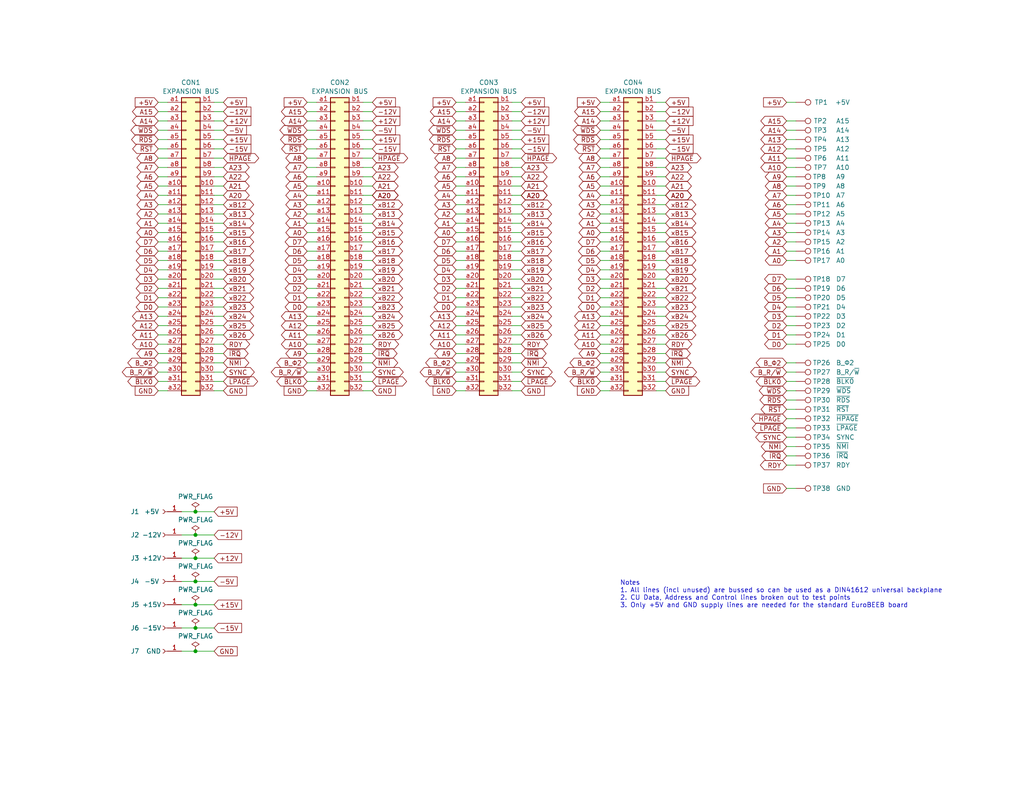
<source format=kicad_sch>
(kicad_sch (version 20231120) (generator "eeschema") (generator_version "8.0")
  (paper "USLetter")
  (title_block (title "CU 4 Slot Backplane") (date "2025-03-27") (rev "ISSUE 1") (company "steve@croz.co.uk"))
  (junction (at 53.34 165.1))
  (junction (at 53.34 171.45))
  (junction (at 53.34 146.05))
  (junction (at 53.34 177.8))
  (junction (at 53.34 139.7))
  (junction (at 53.34 152.4))
  (junction (at 53.34 158.75))
  (wire (pts (xy 83.82 101.6) (xy 86.36 101.6)))
  (wire (pts (xy 83.82 71.12) (xy 86.36 71.12)))
  (wire (pts (xy 83.82 30.48) (xy 86.36 30.48)))
  (wire (pts (xy 83.82 66.04) (xy 86.36 66.04)))
  (wire (pts (xy 49.53 146.05) (xy 53.34 146.05)))
  (wire (pts (xy 124.46 66.04) (xy 127 66.04)))
  (wire (pts (xy 214.63 133.35) (xy 217.17 133.35)))
  (wire (pts (xy 58.42 106.68) (xy 60.96 106.68)))
  (wire (pts (xy 43.18 45.72) (xy 45.72 45.72)))
  (wire (pts (xy 49.53 152.4) (xy 53.34 152.4)))
  (wire (pts (xy 43.18 93.98) (xy 45.72 93.98)))
  (wire (pts (xy 214.63 63.5) (xy 217.17 63.5)))
  (wire (pts (xy 163.83 63.5) (xy 166.37 63.5)))
  (wire (pts (xy 124.46 76.2) (xy 127 76.2)))
  (wire (pts (xy 163.83 91.44) (xy 166.37 91.44)))
  (wire (pts (xy 214.63 68.58) (xy 217.17 68.58)))
  (wire (pts (xy 99.06 106.68) (xy 101.6 106.68)))
  (wire (pts (xy 124.46 86.36) (xy 127 86.36)))
  (wire (pts (xy 124.46 73.66) (xy 127 73.66)))
  (wire (pts (xy 163.83 43.18) (xy 166.37 43.18)))
  (wire (pts (xy 43.18 106.68) (xy 45.72 106.68)))
  (wire (pts (xy 179.07 106.68) (xy 181.61 106.68)))
  (wire (pts (xy 139.7 78.74) (xy 142.24 78.74)))
  (wire (pts (xy 58.42 30.48) (xy 60.96 30.48)))
  (wire (pts (xy 99.06 53.34) (xy 101.6 53.34)))
  (wire (pts (xy 43.18 63.5) (xy 45.72 63.5)))
  (wire (pts (xy 83.82 104.14) (xy 86.36 104.14)))
  (wire (pts (xy 179.07 81.28) (xy 181.61 81.28)))
  (wire (pts (xy 179.07 88.9) (xy 181.61 88.9)))
  (wire (pts (xy 43.18 48.26) (xy 45.72 48.26)))
  (wire (pts (xy 99.06 71.12) (xy 101.6 71.12)))
  (wire (pts (xy 139.7 83.82) (xy 142.24 83.82)))
  (wire (pts (xy 99.06 81.28) (xy 101.6 81.28)))
  (wire (pts (xy 163.83 35.56) (xy 166.37 35.56)))
  (wire (pts (xy 83.82 88.9) (xy 86.36 88.9)))
  (wire (pts (xy 43.18 38.1) (xy 45.72 38.1)))
  (wire (pts (xy 214.63 76.2) (xy 217.17 76.2)))
  (wire (pts (xy 58.42 88.9) (xy 60.96 88.9)))
  (wire (pts (xy 83.82 58.42) (xy 86.36 58.42)))
  (wire (pts (xy 139.7 40.64) (xy 142.24 40.64)))
  (wire (pts (xy 99.06 78.74) (xy 101.6 78.74)))
  (wire (pts (xy 43.18 71.12) (xy 45.72 71.12)))
  (wire (pts (xy 124.46 27.94) (xy 127 27.94)))
  (wire (pts (xy 43.18 55.88) (xy 45.72 55.88)))
  (wire (pts (xy 83.82 76.2) (xy 86.36 76.2)))
  (wire (pts (xy 139.7 76.2) (xy 142.24 76.2)))
  (wire (pts (xy 58.42 33.02) (xy 60.96 33.02)))
  (wire (pts (xy 124.46 35.56) (xy 127 35.56)))
  (wire (pts (xy 214.63 60.96) (xy 217.17 60.96)))
  (wire (pts (xy 83.82 99.06) (xy 86.36 99.06)))
  (wire (pts (xy 43.18 50.8) (xy 45.72 50.8)))
  (wire (pts (xy 163.83 99.06) (xy 166.37 99.06)))
  (wire (pts (xy 58.42 78.74) (xy 60.96 78.74)))
  (wire (pts (xy 163.83 76.2) (xy 166.37 76.2)))
  (wire (pts (xy 43.18 81.28) (xy 45.72 81.28)))
  (wire (pts (xy 124.46 45.72) (xy 127 45.72)))
  (wire (pts (xy 179.07 71.12) (xy 181.61 71.12)))
  (wire (pts (xy 58.42 99.06) (xy 60.96 99.06)))
  (wire (pts (xy 58.42 60.96) (xy 60.96 60.96)))
  (wire (pts (xy 99.06 86.36) (xy 101.6 86.36)))
  (wire (pts (xy 53.34 152.4) (xy 58.42 152.4)))
  (wire (pts (xy 83.82 50.8) (xy 86.36 50.8)))
  (wire (pts (xy 139.7 73.66) (xy 142.24 73.66)))
  (wire (pts (xy 124.46 30.48) (xy 127 30.48)))
  (wire (pts (xy 163.83 73.66) (xy 166.37 73.66)))
  (wire (pts (xy 163.83 48.26) (xy 166.37 48.26)))
  (wire (pts (xy 214.63 78.74) (xy 217.17 78.74)))
  (wire (pts (xy 139.7 53.34) (xy 142.24 53.34)))
  (wire (pts (xy 139.7 81.28) (xy 142.24 81.28)))
  (wire (pts (xy 83.82 35.56) (xy 86.36 35.56)))
  (wire (pts (xy 58.42 58.42) (xy 60.96 58.42)))
  (wire (pts (xy 179.07 96.52) (xy 181.61 96.52)))
  (wire (pts (xy 139.7 30.48) (xy 142.24 30.48)))
  (wire (pts (xy 83.82 40.64) (xy 86.36 40.64)))
  (wire (pts (xy 179.07 73.66) (xy 181.61 73.66)))
  (wire (pts (xy 83.82 83.82) (xy 86.36 83.82)))
  (wire (pts (xy 99.06 30.48) (xy 101.6 30.48)))
  (wire (pts (xy 139.7 43.18) (xy 142.24 43.18)))
  (wire (pts (xy 99.06 101.6) (xy 101.6 101.6)))
  (wire (pts (xy 83.82 33.02) (xy 86.36 33.02)))
  (wire (pts (xy 163.83 81.28) (xy 166.37 81.28)))
  (wire (pts (xy 163.83 38.1) (xy 166.37 38.1)))
  (wire (pts (xy 214.63 40.64) (xy 217.17 40.64)))
  (wire (pts (xy 83.82 43.18) (xy 86.36 43.18)))
  (wire (pts (xy 58.42 48.26) (xy 60.96 48.26)))
  (wire (pts (xy 214.63 71.12) (xy 217.17 71.12)))
  (wire (pts (xy 43.18 35.56) (xy 45.72 35.56)))
  (wire (pts (xy 83.82 27.94) (xy 86.36 27.94)))
  (wire (pts (xy 99.06 27.94) (xy 101.6 27.94)))
  (wire (pts (xy 217.17 127) (xy 214.63 127)))
  (wire (pts (xy 58.42 68.58) (xy 60.96 68.58)))
  (wire (pts (xy 214.63 114.3) (xy 217.17 114.3)))
  (wire (pts (xy 163.83 40.64) (xy 166.37 40.64)))
  (wire (pts (xy 124.46 55.88) (xy 127 55.88)))
  (wire (pts (xy 43.18 60.96) (xy 45.72 60.96)))
  (wire (pts (xy 214.63 35.56) (xy 217.17 35.56)))
  (wire (pts (xy 58.42 50.8) (xy 60.96 50.8)))
  (wire (pts (xy 179.07 38.1) (xy 181.61 38.1)))
  (wire (pts (xy 124.46 91.44) (xy 127 91.44)))
  (wire (pts (xy 179.07 66.04) (xy 181.61 66.04)))
  (wire (pts (xy 124.46 96.52) (xy 127 96.52)))
  (wire (pts (xy 163.83 71.12) (xy 166.37 71.12)))
  (wire (pts (xy 139.7 86.36) (xy 142.24 86.36)))
  (wire (pts (xy 99.06 35.56) (xy 101.6 35.56)))
  (wire (pts (xy 124.46 71.12) (xy 127 71.12)))
  (wire (pts (xy 139.7 58.42) (xy 142.24 58.42)))
  (wire (pts (xy 179.07 40.64) (xy 181.61 40.64)))
  (wire (pts (xy 214.63 109.22) (xy 217.17 109.22)))
  (wire (pts (xy 163.83 88.9) (xy 166.37 88.9)))
  (wire (pts (xy 99.06 104.14) (xy 101.6 104.14)))
  (wire (pts (xy 43.18 83.82) (xy 45.72 83.82)))
  (wire (pts (xy 139.7 71.12) (xy 142.24 71.12)))
  (wire (pts (xy 58.42 55.88) (xy 60.96 55.88)))
  (wire (pts (xy 214.63 86.36) (xy 217.17 86.36)))
  (wire (pts (xy 58.42 81.28) (xy 60.96 81.28)))
  (wire (pts (xy 124.46 60.96) (xy 127 60.96)))
  (wire (pts (xy 214.63 83.82) (xy 217.17 83.82)))
  (wire (pts (xy 124.46 101.6) (xy 127 101.6)))
  (wire (pts (xy 53.34 165.1) (xy 58.42 165.1)))
  (wire (pts (xy 217.17 121.92) (xy 214.63 121.92)))
  (wire (pts (xy 43.18 101.6) (xy 45.72 101.6)))
  (wire (pts (xy 179.07 45.72) (xy 181.61 45.72)))
  (wire (pts (xy 83.82 68.58) (xy 86.36 68.58)))
  (wire (pts (xy 139.7 35.56) (xy 142.24 35.56)))
  (wire (pts (xy 179.07 93.98) (xy 181.61 93.98)))
  (wire (pts (xy 99.06 88.9) (xy 101.6 88.9)))
  (wire (pts (xy 58.42 35.56) (xy 60.96 35.56)))
  (wire (pts (xy 163.83 86.36) (xy 166.37 86.36)))
  (wire (pts (xy 99.06 93.98) (xy 101.6 93.98)))
  (wire (pts (xy 124.46 53.34) (xy 127 53.34)))
  (wire (pts (xy 179.07 86.36) (xy 181.61 86.36)))
  (wire (pts (xy 139.7 48.26) (xy 142.24 48.26)))
  (wire (pts (xy 179.07 83.82) (xy 181.61 83.82)))
  (wire (pts (xy 99.06 91.44) (xy 101.6 91.44)))
  (wire (pts (xy 217.17 124.46) (xy 214.63 124.46)))
  (wire (pts (xy 83.82 63.5) (xy 86.36 63.5)))
  (wire (pts (xy 139.7 63.5) (xy 142.24 63.5)))
  (wire (pts (xy 214.63 91.44) (xy 217.17 91.44)))
  (wire (pts (xy 163.83 30.48) (xy 166.37 30.48)))
  (wire (pts (xy 58.42 104.14) (xy 60.96 104.14)))
  (wire (pts (xy 163.83 106.68) (xy 166.37 106.68)))
  (wire (pts (xy 43.18 40.64) (xy 45.72 40.64)))
  (wire (pts (xy 43.18 68.58) (xy 45.72 68.58)))
  (wire (pts (xy 163.83 83.82) (xy 166.37 83.82)))
  (wire (pts (xy 43.18 33.02) (xy 45.72 33.02)))
  (wire (pts (xy 83.82 81.28) (xy 86.36 81.28)))
  (wire (pts (xy 53.34 139.7) (xy 58.42 139.7)))
  (wire (pts (xy 83.82 53.34) (xy 86.36 53.34)))
  (wire (pts (xy 179.07 78.74) (xy 181.61 78.74)))
  (wire (pts (xy 139.7 38.1) (xy 142.24 38.1)))
  (wire (pts (xy 163.83 60.96) (xy 166.37 60.96)))
  (wire (pts (xy 214.63 101.6) (xy 217.17 101.6)))
  (wire (pts (xy 49.53 158.75) (xy 53.34 158.75)))
  (wire (pts (xy 139.7 45.72) (xy 142.24 45.72)))
  (wire (pts (xy 58.42 45.72) (xy 60.96 45.72)))
  (wire (pts (xy 124.46 63.5) (xy 127 63.5)))
  (wire (pts (xy 214.63 45.72) (xy 217.17 45.72)))
  (wire (pts (xy 99.06 55.88) (xy 101.6 55.88)))
  (wire (pts (xy 43.18 53.34) (xy 45.72 53.34)))
  (wire (pts (xy 43.18 27.94) (xy 45.72 27.94)))
  (wire (pts (xy 139.7 33.02) (xy 142.24 33.02)))
  (wire (pts (xy 139.7 91.44) (xy 142.24 91.44)))
  (wire (pts (xy 139.7 88.9) (xy 142.24 88.9)))
  (wire (pts (xy 43.18 78.74) (xy 45.72 78.74)))
  (wire (pts (xy 43.18 43.18) (xy 45.72 43.18)))
  (wire (pts (xy 163.83 101.6) (xy 166.37 101.6)))
  (wire (pts (xy 58.42 27.94) (xy 60.96 27.94)))
  (wire (pts (xy 214.63 58.42) (xy 217.17 58.42)))
  (wire (pts (xy 58.42 93.98) (xy 60.96 93.98)))
  (wire (pts (xy 179.07 27.94) (xy 181.61 27.94)))
  (wire (pts (xy 214.63 111.76) (xy 217.17 111.76)))
  (wire (pts (xy 179.07 58.42) (xy 181.61 58.42)))
  (wire (pts (xy 217.17 119.38) (xy 214.63 119.38)))
  (wire (pts (xy 139.7 60.96) (xy 142.24 60.96)))
  (wire (pts (xy 43.18 86.36) (xy 45.72 86.36)))
  (wire (pts (xy 99.06 38.1) (xy 101.6 38.1)))
  (wire (pts (xy 83.82 45.72) (xy 86.36 45.72)))
  (wire (pts (xy 179.07 30.48) (xy 181.61 30.48)))
  (wire (pts (xy 99.06 45.72) (xy 101.6 45.72)))
  (wire (pts (xy 58.42 76.2) (xy 60.96 76.2)))
  (wire (pts (xy 163.83 33.02) (xy 166.37 33.02)))
  (wire (pts (xy 179.07 101.6) (xy 181.61 101.6)))
  (wire (pts (xy 179.07 60.96) (xy 181.61 60.96)))
  (wire (pts (xy 49.53 165.1) (xy 53.34 165.1)))
  (wire (pts (xy 99.06 76.2) (xy 101.6 76.2)))
  (wire (pts (xy 179.07 50.8) (xy 181.61 50.8)))
  (wire (pts (xy 99.06 96.52) (xy 101.6 96.52)))
  (wire (pts (xy 124.46 81.28) (xy 127 81.28)))
  (wire (pts (xy 58.42 43.18) (xy 60.96 43.18)))
  (wire (pts (xy 43.18 104.14) (xy 45.72 104.14)))
  (wire (pts (xy 83.82 91.44) (xy 86.36 91.44)))
  (wire (pts (xy 139.7 50.8) (xy 142.24 50.8)))
  (wire (pts (xy 124.46 78.74) (xy 127 78.74)))
  (wire (pts (xy 99.06 60.96) (xy 101.6 60.96)))
  (wire (pts (xy 214.63 104.14) (xy 217.17 104.14)))
  (wire (pts (xy 179.07 33.02) (xy 181.61 33.02)))
  (wire (pts (xy 53.34 171.45) (xy 58.42 171.45)))
  (wire (pts (xy 124.46 38.1) (xy 127 38.1)))
  (wire (pts (xy 43.18 30.48) (xy 45.72 30.48)))
  (wire (pts (xy 58.42 38.1) (xy 60.96 38.1)))
  (wire (pts (xy 124.46 48.26) (xy 127 48.26)))
  (wire (pts (xy 214.63 81.28) (xy 217.17 81.28)))
  (wire (pts (xy 58.42 63.5) (xy 60.96 63.5)))
  (wire (pts (xy 217.17 116.84) (xy 214.63 116.84)))
  (wire (pts (xy 179.07 53.34) (xy 181.61 53.34)))
  (wire (pts (xy 214.63 27.94) (xy 217.17 27.94)))
  (wire (pts (xy 163.83 27.94) (xy 166.37 27.94)))
  (wire (pts (xy 43.18 73.66) (xy 45.72 73.66)))
  (wire (pts (xy 179.07 43.18) (xy 181.61 43.18)))
  (wire (pts (xy 179.07 91.44) (xy 181.61 91.44)))
  (wire (pts (xy 83.82 60.96) (xy 86.36 60.96)))
  (wire (pts (xy 214.63 88.9) (xy 217.17 88.9)))
  (wire (pts (xy 43.18 88.9) (xy 45.72 88.9)))
  (wire (pts (xy 214.63 50.8) (xy 217.17 50.8)))
  (wire (pts (xy 214.63 38.1) (xy 217.17 38.1)))
  (wire (pts (xy 83.82 106.68) (xy 86.36 106.68)))
  (wire (pts (xy 214.63 106.68) (xy 217.17 106.68)))
  (wire (pts (xy 43.18 96.52) (xy 45.72 96.52)))
  (wire (pts (xy 124.46 106.68) (xy 127 106.68)))
  (wire (pts (xy 139.7 68.58) (xy 142.24 68.58)))
  (wire (pts (xy 58.42 53.34) (xy 60.96 53.34)))
  (wire (pts (xy 179.07 76.2) (xy 181.61 76.2)))
  (wire (pts (xy 99.06 99.06) (xy 101.6 99.06)))
  (wire (pts (xy 43.18 58.42) (xy 45.72 58.42)))
  (wire (pts (xy 83.82 93.98) (xy 86.36 93.98)))
  (wire (pts (xy 124.46 93.98) (xy 127 93.98)))
  (wire (pts (xy 58.42 66.04) (xy 60.96 66.04)))
  (wire (pts (xy 214.63 48.26) (xy 217.17 48.26)))
  (wire (pts (xy 139.7 104.14) (xy 142.24 104.14)))
  (wire (pts (xy 214.63 53.34) (xy 217.17 53.34)))
  (wire (pts (xy 179.07 48.26) (xy 181.61 48.26)))
  (wire (pts (xy 99.06 48.26) (xy 101.6 48.26)))
  (wire (pts (xy 163.83 96.52) (xy 166.37 96.52)))
  (wire (pts (xy 139.7 96.52) (xy 142.24 96.52)))
  (wire (pts (xy 124.46 43.18) (xy 127 43.18)))
  (wire (pts (xy 58.42 71.12) (xy 60.96 71.12)))
  (wire (pts (xy 58.42 101.6) (xy 60.96 101.6)))
  (wire (pts (xy 83.82 96.52) (xy 86.36 96.52)))
  (wire (pts (xy 58.42 86.36) (xy 60.96 86.36)))
  (wire (pts (xy 83.82 38.1) (xy 86.36 38.1)))
  (wire (pts (xy 83.82 78.74) (xy 86.36 78.74)))
  (wire (pts (xy 83.82 86.36) (xy 86.36 86.36)))
  (wire (pts (xy 179.07 63.5) (xy 181.61 63.5)))
  (wire (pts (xy 99.06 83.82) (xy 101.6 83.82)))
  (wire (pts (xy 53.34 158.75) (xy 58.42 158.75)))
  (wire (pts (xy 58.42 73.66) (xy 60.96 73.66)))
  (wire (pts (xy 163.83 93.98) (xy 166.37 93.98)))
  (wire (pts (xy 163.83 78.74) (xy 166.37 78.74)))
  (wire (pts (xy 139.7 101.6) (xy 142.24 101.6)))
  (wire (pts (xy 139.7 99.06) (xy 142.24 99.06)))
  (wire (pts (xy 43.18 76.2) (xy 45.72 76.2)))
  (wire (pts (xy 124.46 83.82) (xy 127 83.82)))
  (wire (pts (xy 163.83 104.14) (xy 166.37 104.14)))
  (wire (pts (xy 124.46 40.64) (xy 127 40.64)))
  (wire (pts (xy 139.7 27.94) (xy 142.24 27.94)))
  (wire (pts (xy 139.7 66.04) (xy 142.24 66.04)))
  (wire (pts (xy 99.06 66.04) (xy 101.6 66.04)))
  (wire (pts (xy 214.63 66.04) (xy 217.17 66.04)))
  (wire (pts (xy 214.63 93.98) (xy 217.17 93.98)))
  (wire (pts (xy 99.06 33.02) (xy 101.6 33.02)))
  (wire (pts (xy 43.18 99.06) (xy 45.72 99.06)))
  (wire (pts (xy 214.63 55.88) (xy 217.17 55.88)))
  (wire (pts (xy 58.42 40.64) (xy 60.96 40.64)))
  (wire (pts (xy 214.63 33.02) (xy 217.17 33.02)))
  (wire (pts (xy 99.06 58.42) (xy 101.6 58.42)))
  (wire (pts (xy 83.82 55.88) (xy 86.36 55.88)))
  (wire (pts (xy 179.07 35.56) (xy 181.61 35.56)))
  (wire (pts (xy 58.42 91.44) (xy 60.96 91.44)))
  (wire (pts (xy 124.46 88.9) (xy 127 88.9)))
  (wire (pts (xy 163.83 45.72) (xy 166.37 45.72)))
  (wire (pts (xy 53.34 146.05) (xy 58.42 146.05)))
  (wire (pts (xy 139.7 106.68) (xy 142.24 106.68)))
  (wire (pts (xy 124.46 68.58) (xy 127 68.58)))
  (wire (pts (xy 99.06 73.66) (xy 101.6 73.66)))
  (wire (pts (xy 163.83 55.88) (xy 166.37 55.88)))
  (wire (pts (xy 99.06 40.64) (xy 101.6 40.64)))
  (wire (pts (xy 163.83 66.04) (xy 166.37 66.04)))
  (wire (pts (xy 99.06 68.58) (xy 101.6 68.58)))
  (wire (pts (xy 53.34 177.8) (xy 58.42 177.8)))
  (wire (pts (xy 124.46 50.8) (xy 127 50.8)))
  (wire (pts (xy 49.53 177.8) (xy 53.34 177.8)))
  (wire (pts (xy 163.83 68.58) (xy 166.37 68.58)))
  (wire (pts (xy 49.53 171.45) (xy 53.34 171.45)))
  (wire (pts (xy 43.18 66.04) (xy 45.72 66.04)))
  (wire (pts (xy 179.07 104.14) (xy 181.61 104.14)))
  (wire (pts (xy 163.83 58.42) (xy 166.37 58.42)))
  (wire (pts (xy 49.53 139.7) (xy 53.34 139.7)))
  (wire (pts (xy 124.46 58.42) (xy 127 58.42)))
  (wire (pts (xy 214.63 43.18) (xy 217.17 43.18)))
  (wire (pts (xy 179.07 99.06) (xy 181.61 99.06)))
  (wire (pts (xy 99.06 50.8) (xy 101.6 50.8)))
  (wire (pts (xy 99.06 43.18) (xy 101.6 43.18)))
  (wire (pts (xy 43.18 91.44) (xy 45.72 91.44)))
  (wire (pts (xy 139.7 93.98) (xy 142.24 93.98)))
  (wire (pts (xy 163.83 53.34) (xy 166.37 53.34)))
  (wire (pts (xy 179.07 68.58) (xy 181.61 68.58)))
  (wire (pts (xy 124.46 33.02) (xy 127 33.02)))
  (wire (pts (xy 58.42 83.82) (xy 60.96 83.82)))
  (wire (pts (xy 99.06 63.5) (xy 101.6 63.5)))
  (wire (pts (xy 139.7 55.88) (xy 142.24 55.88)))
  (wire (pts (xy 58.42 96.52) (xy 60.96 96.52)))
  (wire (pts (xy 83.82 73.66) (xy 86.36 73.66)))
  (wire (pts (xy 214.63 99.06) (xy 217.17 99.06)))
  (wire (pts (xy 83.82 48.26) (xy 86.36 48.26)))
  (wire (pts (xy 124.46 99.06) (xy 127 99.06)))
  (wire (pts (xy 179.07 55.88) (xy 181.61 55.88)))
  (wire (pts (xy 163.83 50.8) (xy 166.37 50.8)))
  (wire (pts (xy 124.46 104.14) (xy 127 104.14)))
  (text "Notes\n1. All lines (incl unused) are bussed so can be used as a DIN41612 universal backplane\n2. CU Data, Address and Control lines broken out to test points\n3. Only +5V and GND supply lines are needed for the standard EuroBEEB board" (at 169.164 162.306 0) (effects (font (size 1.27 1.27)) (justify left)))
  (global_label "~{WDS}" (shape bidirectional) (at 83.82 35.56 180) (property "Intersheetrefs" "${INTERSHEET_REFS}" (effects (hide yes))))
  (global_label "A8" (shape bidirectional) (at 214.63 50.8 180) (property "Intersheetrefs" "${INTERSHEET_REFS}" (effects (hide yes))))
  (global_label "A4" (shape bidirectional) (at 163.83 53.34 180) (property "Intersheetrefs" "${INTERSHEET_REFS}" (effects (hide yes))))
  (global_label "+5V" (shape input) (at 43.18 27.94 180) (property "Intersheetrefs" "${INTERSHEET_REFS}" (effects (hide yes))))
  (global_label "A12" (shape bidirectional) (at 214.63 40.64 180) (property "Intersheetrefs" "${INTERSHEET_REFS}" (effects (hide yes))))
  (global_label "xB15" (shape bidirectional) (at 181.61 63.5 0) (property "Intersheetrefs" "${INTERSHEET_REFS}" (effects (hide yes))))
  (global_label "xB19" (shape bidirectional) (at 101.6 73.66 0) (property "Intersheetrefs" "${INTERSHEET_REFS}" (effects (hide yes))))
  (global_label "-5V" (shape input) (at 58.42 158.75 0) (property "Intersheetrefs" "${INTERSHEET_REFS}" (effects (hide yes))))
  (global_label "A7" (shape bidirectional) (at 83.82 45.72 180) (property "Intersheetrefs" "${INTERSHEET_REFS}" (effects (hide yes))))
  (global_label "A0" (shape bidirectional) (at 163.83 63.5 180) (property "Intersheetrefs" "${INTERSHEET_REFS}" (effects (hide yes))))
  (global_label "GND" (shape input) (at 142.24 106.68 0) (property "Intersheetrefs" "${INTERSHEET_REFS}" (effects (hide yes))))
  (global_label "A7" (shape bidirectional) (at 124.46 45.72 180) (property "Intersheetrefs" "${INTERSHEET_REFS}" (effects (hide yes))))
  (global_label "GND" (shape input) (at 58.42 177.8 0) (property "Intersheetrefs" "${INTERSHEET_REFS}" (effects (hide yes))))
  (global_label "-5V" (shape input) (at 142.24 35.56 0) (property "Intersheetrefs" "${INTERSHEET_REFS}" (effects (hide yes))))
  (global_label "A14" (shape bidirectional) (at 83.82 33.02 180) (property "Intersheetrefs" "${INTERSHEET_REFS}" (effects (hide yes))))
  (global_label "A12" (shape bidirectional) (at 43.18 88.9 180) (property "Intersheetrefs" "${INTERSHEET_REFS}" (effects (hide yes))))
  (global_label "D2" (shape bidirectional) (at 163.83 78.74 180) (property "Intersheetrefs" "${INTERSHEET_REFS}" (effects (hide yes))))
  (global_label "~{NMI}" (shape bidirectional) (at 142.24 99.06 0) (property "Intersheetrefs" "${INTERSHEET_REFS}" (effects (hide yes))))
  (global_label "D6" (shape bidirectional) (at 214.63 78.74 180) (property "Intersheetrefs" "${INTERSHEET_REFS}" (effects (hide yes))))
  (global_label "~{LPAGE}" (shape bidirectional) (at 142.24 104.14 0) (property "Intersheetrefs" "${INTERSHEET_REFS}" (effects (hide yes))))
  (global_label "~{HPAGE}" (shape bidirectional) (at 101.6 43.18 0) (property "Intersheetrefs" "${INTERSHEET_REFS}" (effects (hide yes))))
  (global_label "SYNC" (shape bidirectional) (at 214.63 119.38 180) (property "Intersheetrefs" "${INTERSHEET_REFS}" (effects (hide yes))))
  (global_label "A22" (shape bidirectional) (at 181.61 48.26 0) (property "Intersheetrefs" "${INTERSHEET_REFS}" (effects (hide yes))))
  (global_label "xB22" (shape bidirectional) (at 181.61 81.28 0) (property "Intersheetrefs" "${INTERSHEET_REFS}" (effects (hide yes))))
  (global_label "+15V" (shape input) (at 101.6 38.1 0) (property "Intersheetrefs" "${INTERSHEET_REFS}" (effects (hide yes))))
  (global_label "D3" (shape bidirectional) (at 214.63 86.36 180) (property "Intersheetrefs" "${INTERSHEET_REFS}" (effects (hide yes))))
  (global_label "A7" (shape bidirectional) (at 43.18 45.72 180) (property "Intersheetrefs" "${INTERSHEET_REFS}" (effects (hide yes))))
  (global_label "D7" (shape bidirectional) (at 214.63 76.2 180) (property "Intersheetrefs" "${INTERSHEET_REFS}" (effects (hide yes))))
  (global_label "D6" (shape bidirectional) (at 163.83 68.58 180) (property "Intersheetrefs" "${INTERSHEET_REFS}" (effects (hide yes))))
  (global_label "~{IRQ}" (shape bidirectional) (at 181.61 96.52 0) (property "Intersheetrefs" "${INTERSHEET_REFS}" (effects (hide yes))))
  (global_label "A3" (shape bidirectional) (at 43.18 55.88 180) (property "Intersheetrefs" "${INTERSHEET_REFS}" (effects (hide yes))))
  (global_label "~{RST}" (shape bidirectional) (at 43.18 40.64 180) (property "Intersheetrefs" "${INTERSHEET_REFS}" (effects (hide yes))))
  (global_label "~{HPAGE}" (shape bidirectional) (at 142.24 43.18 0) (property "Intersheetrefs" "${INTERSHEET_REFS}" (effects (hide yes))))
  (global_label "+12V" (shape input) (at 181.61 33.02 0) (property "Intersheetrefs" "${INTERSHEET_REFS}" (effects (hide yes))))
  (global_label "A5" (shape bidirectional) (at 214.63 58.42 180) (property "Intersheetrefs" "${INTERSHEET_REFS}" (effects (hide yes))))
  (global_label "+5V" (shape input) (at 58.42 139.7 0) (property "Intersheetrefs" "${INTERSHEET_REFS}" (effects (hide yes))))
  (global_label "+12V" (shape input) (at 101.6 33.02 0) (property "Intersheetrefs" "${INTERSHEET_REFS}" (effects (hide yes))))
  (global_label "~{BLK0}" (shape bidirectional) (at 124.46 104.14 180) (property "Intersheetrefs" "${INTERSHEET_REFS}" (effects (hide yes))))
  (global_label "A7" (shape bidirectional) (at 163.83 45.72 180) (property "Intersheetrefs" "${INTERSHEET_REFS}" (effects (hide yes))))
  (global_label "xB22" (shape bidirectional) (at 101.6 81.28 0) (property "Intersheetrefs" "${INTERSHEET_REFS}" (effects (hide yes))))
  (global_label "A11" (shape bidirectional) (at 163.83 91.44 180) (property "Intersheetrefs" "${INTERSHEET_REFS}" (effects (hide yes))))
  (global_label "RDY" (shape bidirectional) (at 214.63 127 180) (property "Intersheetrefs" "${INTERSHEET_REFS}" (effects (hide yes))))
  (global_label "A20" (shape bidirectional) (at 181.61 53.34 0) (property "Intersheetrefs" "${INTERSHEET_REFS}" (effects (hide yes))))
  (global_label "A21" (shape bidirectional) (at 181.61 50.8 0) (property "Intersheetrefs" "${INTERSHEET_REFS}" (effects (hide yes))))
  (global_label "-15V" (shape input) (at 60.96 40.64 0) (property "Intersheetrefs" "${INTERSHEET_REFS}" (effects (hide yes))))
  (global_label "A14" (shape bidirectional) (at 163.83 33.02 180) (property "Intersheetrefs" "${INTERSHEET_REFS}" (effects (hide yes))))
  (global_label "~{NMI}" (shape bidirectional) (at 101.6 99.06 0) (property "Intersheetrefs" "${INTERSHEET_REFS}" (effects (hide yes))))
  (global_label "+5V" (shape input) (at 124.46 27.94 180) (property "Intersheetrefs" "${INTERSHEET_REFS}" (effects (hide yes))))
  (global_label "B_Φ2" (shape bidirectional) (at 124.46 99.06 180) (property "Intersheetrefs" "${INTERSHEET_REFS}" (effects (hide yes))))
  (global_label "xB19" (shape bidirectional) (at 181.61 73.66 0) (property "Intersheetrefs" "${INTERSHEET_REFS}" (effects (hide yes))))
  (global_label "xB13" (shape bidirectional) (at 101.6 58.42 0) (property "Intersheetrefs" "${INTERSHEET_REFS}" (effects (hide yes))))
  (global_label "-12V" (shape input) (at 58.42 146.05 0) (property "Intersheetrefs" "${INTERSHEET_REFS}" (effects (hide yes))))
  (global_label "+5V" (shape input) (at 83.82 27.94 180) (property "Intersheetrefs" "${INTERSHEET_REFS}" (effects (hide yes))))
  (global_label "~{NMI}" (shape bidirectional) (at 214.63 121.92 180) (property "Intersheetrefs" "${INTERSHEET_REFS}" (effects (hide yes))))
  (global_label "B_Φ2" (shape bidirectional) (at 163.83 99.06 180) (property "Intersheetrefs" "${INTERSHEET_REFS}" (effects (hide yes))))
  (global_label "~{NMI}" (shape bidirectional) (at 60.96 99.06 0) (property "Intersheetrefs" "${INTERSHEET_REFS}" (effects (hide yes))))
  (global_label "D4" (shape bidirectional) (at 83.82 73.66 180) (property "Intersheetrefs" "${INTERSHEET_REFS}" (effects (hide yes))))
  (global_label "A13" (shape bidirectional) (at 214.63 38.1 180) (property "Intersheetrefs" "${INTERSHEET_REFS}" (effects (hide yes))))
  (global_label "xB15" (shape bidirectional) (at 60.96 63.5 0) (property "Intersheetrefs" "${INTERSHEET_REFS}" (effects (hide yes))))
  (global_label "-5V" (shape input) (at 60.96 35.56 0) (property "Intersheetrefs" "${INTERSHEET_REFS}" (effects (hide yes))))
  (global_label "D6" (shape bidirectional) (at 124.46 68.58 180) (property "Intersheetrefs" "${INTERSHEET_REFS}" (effects (hide yes))))
  (global_label "A20" (shape bidirectional) (at 142.24 53.34 0) (property "Intersheetrefs" "${INTERSHEET_REFS}" (effects (hide yes))))
  (global_label "A23" (shape bidirectional) (at 181.61 45.72 0) (property "Intersheetrefs" "${INTERSHEET_REFS}" (effects (hide yes))))
  (global_label "~{RDS}" (shape bidirectional) (at 214.63 109.22 180) (property "Intersheetrefs" "${INTERSHEET_REFS}" (effects (hide yes))))
  (global_label "+15V" (shape input) (at 58.42 165.1 0) (property "Intersheetrefs" "${INTERSHEET_REFS}" (effects (hide yes))))
  (global_label "D0" (shape bidirectional) (at 163.83 83.82 180) (property "Intersheetrefs" "${INTERSHEET_REFS}" (effects (hide yes))))
  (global_label "A6" (shape bidirectional) (at 214.63 55.88 180) (property "Intersheetrefs" "${INTERSHEET_REFS}" (effects (hide yes))))
  (global_label "RDY" (shape bidirectional) (at 60.96 93.98 0) (property "Intersheetrefs" "${INTERSHEET_REFS}" (effects (hide yes))))
  (global_label "~{RDS}" (shape bidirectional) (at 83.82 38.1 180) (property "Intersheetrefs" "${INTERSHEET_REFS}" (effects (hide yes))))
  (global_label "xB23" (shape bidirectional) (at 181.61 83.82 0) (property "Intersheetrefs" "${INTERSHEET_REFS}" (effects (hide yes))))
  (global_label "xB12" (shape bidirectional) (at 181.61 55.88 0) (property "Intersheetrefs" "${INTERSHEET_REFS}" (effects (hide yes))))
  (global_label "xB17" (shape bidirectional) (at 60.96 68.58 0) (property "Intersheetrefs" "${INTERSHEET_REFS}" (effects (hide yes))))
  (global_label "xB17" (shape bidirectional) (at 101.6 68.58 0) (property "Intersheetrefs" "${INTERSHEET_REFS}" (effects (hide yes))))
  (global_label "+12V" (shape input) (at 60.96 33.02 0) (property "Intersheetrefs" "${INTERSHEET_REFS}" (effects (hide yes))))
  (global_label "+5V" (shape input) (at 163.83 27.94 180) (property "Intersheetrefs" "${INTERSHEET_REFS}" (effects (hide yes))))
  (global_label "xB25" (shape bidirectional) (at 101.6 88.9 0) (property "Intersheetrefs" "${INTERSHEET_REFS}" (effects (hide yes))))
  (global_label "A13" (shape bidirectional) (at 43.18 86.36 180) (property "Intersheetrefs" "${INTERSHEET_REFS}" (effects (hide yes))))
  (global_label "D6" (shape bidirectional) (at 43.18 68.58 180) (property "Intersheetrefs" "${INTERSHEET_REFS}" (effects (hide yes))))
  (global_label "xB22" (shape bidirectional) (at 60.96 81.28 0) (property "Intersheetrefs" "${INTERSHEET_REFS}" (effects (hide yes))))
  (global_label "A15" (shape bidirectional) (at 214.63 33.02 180) (property "Intersheetrefs" "${INTERSHEET_REFS}" (effects (hide yes))))
  (global_label "A2" (shape bidirectional) (at 83.82 58.42 180) (property "Intersheetrefs" "${INTERSHEET_REFS}" (effects (hide yes))))
  (global_label "~{WDS}" (shape bidirectional) (at 124.46 35.56 180) (property "Intersheetrefs" "${INTERSHEET_REFS}" (effects (hide yes))))
  (global_label "xB26" (shape bidirectional) (at 142.24 91.44 0) (property "Intersheetrefs" "${INTERSHEET_REFS}" (effects (hide yes))))
  (global_label "A22" (shape bidirectional) (at 60.96 48.26 0) (property "Intersheetrefs" "${INTERSHEET_REFS}" (effects (hide yes))))
  (global_label "D6" (shape bidirectional) (at 83.82 68.58 180) (property "Intersheetrefs" "${INTERSHEET_REFS}" (effects (hide yes))))
  (global_label "xB24" (shape bidirectional) (at 181.61 86.36 0) (property "Intersheetrefs" "${INTERSHEET_REFS}" (effects (hide yes))))
  (global_label "xB25" (shape bidirectional) (at 142.24 88.9 0) (property "Intersheetrefs" "${INTERSHEET_REFS}" (effects (hide yes))))
  (global_label "+15V" (shape input) (at 142.24 38.1 0) (property "Intersheetrefs" "${INTERSHEET_REFS}" (effects (hide yes))))
  (global_label "D7" (shape bidirectional) (at 43.18 66.04 180) (property "Intersheetrefs" "${INTERSHEET_REFS}" (effects (hide yes))))
  (global_label "A5" (shape bidirectional) (at 83.82 50.8 180) (property "Intersheetrefs" "${INTERSHEET_REFS}" (effects (hide yes))))
  (global_label "A13" (shape bidirectional) (at 163.83 86.36 180) (property "Intersheetrefs" "${INTERSHEET_REFS}" (effects (hide yes))))
  (global_label "A21" (shape bidirectional) (at 142.24 50.8 0) (property "Intersheetrefs" "${INTERSHEET_REFS}" (effects (hide yes))))
  (global_label "xB24" (shape bidirectional) (at 60.96 86.36 0) (property "Intersheetrefs" "${INTERSHEET_REFS}" (effects (hide yes))))
  (global_label "xB13" (shape bidirectional) (at 60.96 58.42 0) (property "Intersheetrefs" "${INTERSHEET_REFS}" (effects (hide yes))))
  (global_label "xB14" (shape bidirectional) (at 142.24 60.96 0) (property "Intersheetrefs" "${INTERSHEET_REFS}" (effects (hide yes))))
  (global_label "A23" (shape bidirectional) (at 142.24 45.72 0) (property "Intersheetrefs" "${INTERSHEET_REFS}" (effects (hide yes))))
  (global_label "~{IRQ}" (shape bidirectional) (at 214.63 124.46 180) (property "Intersheetrefs" "${INTERSHEET_REFS}" (effects (hide yes))))
  (global_label "xB20" (shape bidirectional) (at 181.61 76.2 0) (property "Intersheetrefs" "${INTERSHEET_REFS}" (effects (hide yes))))
  (global_label "~{RST}" (shape bidirectional) (at 214.63 111.76 180) (property "Intersheetrefs" "${INTERSHEET_REFS}" (effects (hide yes))))
  (global_label "D5" (shape bidirectional) (at 124.46 71.12 180) (property "Intersheetrefs" "${INTERSHEET_REFS}" (effects (hide yes))))
  (global_label "xB16" (shape bidirectional) (at 181.61 66.04 0) (property "Intersheetrefs" "${INTERSHEET_REFS}" (effects (hide yes))))
  (global_label "B_Φ2" (shape bidirectional) (at 83.82 99.06 180) (property "Intersheetrefs" "${INTERSHEET_REFS}" (effects (hide yes))))
  (global_label "B_R{slash}~{W}" (shape bidirectional) (at 214.63 101.6 180) (property "Intersheetrefs" "${INTERSHEET_REFS}" (effects (hide yes))))
  (global_label "A13" (shape bidirectional) (at 83.82 86.36 180) (property "Intersheetrefs" "${INTERSHEET_REFS}" (effects (hide yes))))
  (global_label "~{RST}" (shape bidirectional) (at 83.82 40.64 180) (property "Intersheetrefs" "${INTERSHEET_REFS}" (effects (hide yes))))
  (global_label "A2" (shape bidirectional) (at 214.63 66.04 180) (property "Intersheetrefs" "${INTERSHEET_REFS}" (effects (hide yes))))
  (global_label "A9" (shape bidirectional) (at 43.18 96.52 180) (property "Intersheetrefs" "${INTERSHEET_REFS}" (effects (hide yes))))
  (global_label "A14" (shape bidirectional) (at 214.63 35.56 180) (property "Intersheetrefs" "${INTERSHEET_REFS}" (effects (hide yes))))
  (global_label "A0" (shape bidirectional) (at 124.46 63.5 180) (property "Intersheetrefs" "${INTERSHEET_REFS}" (effects (hide yes))))
  (global_label "A12" (shape bidirectional) (at 163.83 88.9 180) (property "Intersheetrefs" "${INTERSHEET_REFS}" (effects (hide yes))))
  (global_label "-15V" (shape input) (at 142.24 40.64 0) (property "Intersheetrefs" "${INTERSHEET_REFS}" (effects (hide yes))))
  (global_label "A20" (shape bidirectional) (at 181.61 53.34 0) (property "Intersheetrefs" "${INTERSHEET_REFS}" (effects (hide yes))))
  (global_label "A10" (shape bidirectional) (at 43.18 93.98 180) (property "Intersheetrefs" "${INTERSHEET_REFS}" (effects (hide yes))))
  (global_label "-12V" (shape input) (at 60.96 30.48 0) (property "Intersheetrefs" "${INTERSHEET_REFS}" (effects (hide yes))))
  (global_label "A11" (shape bidirectional) (at 124.46 91.44 180) (property "Intersheetrefs" "${INTERSHEET_REFS}" (effects (hide yes))))
  (global_label "A4" (shape bidirectional) (at 124.46 53.34 180) (property "Intersheetrefs" "${INTERSHEET_REFS}" (effects (hide yes))))
  (global_label "GND" (shape input) (at 214.63 133.35 180) (property "Intersheetrefs" "${INTERSHEET_REFS}" (effects (hide yes))))
  (global_label "xB18" (shape bidirectional) (at 60.96 71.12 0) (property "Intersheetrefs" "${INTERSHEET_REFS}" (effects (hide yes))))
  (global_label "D1" (shape bidirectional) (at 43.18 81.28 180) (property "Intersheetrefs" "${INTERSHEET_REFS}" (effects (hide yes))))
  (global_label "GND" (shape input) (at 124.46 106.68 180) (property "Intersheetrefs" "${INTERSHEET_REFS}" (effects (hide yes))))
  (global_label "xB16" (shape bidirectional) (at 60.96 66.04 0) (property "Intersheetrefs" "${INTERSHEET_REFS}" (effects (hide yes))))
  (global_label "B_R{slash}~{W}" (shape bidirectional) (at 124.46 101.6 180) (property "Intersheetrefs" "${INTERSHEET_REFS}" (effects (hide yes))))
  (global_label "~{BLK0}" (shape bidirectional) (at 163.83 104.14 180) (property "Intersheetrefs" "${INTERSHEET_REFS}" (effects (hide yes))))
  (global_label "xB25" (shape bidirectional) (at 60.96 88.9 0) (property "Intersheetrefs" "${INTERSHEET_REFS}" (effects (hide yes))))
  (global_label "xB23" (shape bidirectional) (at 101.6 83.82 0) (property "Intersheetrefs" "${INTERSHEET_REFS}" (effects (hide yes))))
  (global_label "RDY" (shape bidirectional) (at 181.61 93.98 0) (property "Intersheetrefs" "${INTERSHEET_REFS}" (effects (hide yes))))
  (global_label "-5V" (shape input) (at 101.6 35.56 0) (property "Intersheetrefs" "${INTERSHEET_REFS}" (effects (hide yes))))
  (global_label "A2" (shape bidirectional) (at 43.18 58.42 180) (property "Intersheetrefs" "${INTERSHEET_REFS}" (effects (hide yes))))
  (global_label "~{HPAGE}" (shape bidirectional) (at 214.63 114.3 180) (property "Intersheetrefs" "${INTERSHEET_REFS}" (effects (hide yes))))
  (global_label "xB15" (shape bidirectional) (at 101.6 63.5 0) (property "Intersheetrefs" "${INTERSHEET_REFS}" (effects (hide yes))))
  (global_label "~{BLK0}" (shape bidirectional) (at 214.63 104.14 180) (property "Intersheetrefs" "${INTERSHEET_REFS}" (effects (hide yes))))
  (global_label "SYNC" (shape bidirectional) (at 181.61 101.6 0) (property "Intersheetrefs" "${INTERSHEET_REFS}" (effects (hide yes))))
  (global_label "+5V" (shape input) (at 181.61 27.94 0) (property "Intersheetrefs" "${INTERSHEET_REFS}" (effects (hide yes))))
  (global_label "+15V" (shape input) (at 60.96 38.1 0) (property "Intersheetrefs" "${INTERSHEET_REFS}" (effects (hide yes))))
  (global_label "~{LPAGE}" (shape bidirectional) (at 181.61 104.14 0) (property "Intersheetrefs" "${INTERSHEET_REFS}" (effects (hide yes))))
  (global_label "~{LPAGE}" (shape bidirectional) (at 214.63 116.84 180) (property "Intersheetrefs" "${INTERSHEET_REFS}" (effects (hide yes))))
  (global_label "A4" (shape bidirectional) (at 83.82 53.34 180) (property "Intersheetrefs" "${INTERSHEET_REFS}" (effects (hide yes))))
  (global_label "~{RDS}" (shape bidirectional) (at 124.46 38.1 180) (property "Intersheetrefs" "${INTERSHEET_REFS}" (effects (hide yes))))
  (global_label "~{WDS}" (shape bidirectional) (at 163.83 35.56 180) (property "Intersheetrefs" "${INTERSHEET_REFS}" (effects (hide yes))))
  (global_label "~{RDS}" (shape bidirectional) (at 43.18 38.1 180) (property "Intersheetrefs" "${INTERSHEET_REFS}" (effects (hide yes))))
  (global_label "A0" (shape bidirectional) (at 83.82 63.5 180) (property "Intersheetrefs" "${INTERSHEET_REFS}" (effects (hide yes))))
  (global_label "D0" (shape bidirectional) (at 124.46 83.82 180) (property "Intersheetrefs" "${INTERSHEET_REFS}" (effects (hide yes))))
  (global_label "D1" (shape bidirectional) (at 124.46 81.28 180) (property "Intersheetrefs" "${INTERSHEET_REFS}" (effects (hide yes))))
  (global_label "D3" (shape bidirectional) (at 83.82 76.2 180) (property "Intersheetrefs" "${INTERSHEET_REFS}" (effects (hide yes))))
  (global_label "xB17" (shape bidirectional) (at 181.61 68.58 0) (property "Intersheetrefs" "${INTERSHEET_REFS}" (effects (hide yes))))
  (global_label "A3" (shape bidirectional) (at 124.46 55.88 180) (property "Intersheetrefs" "${INTERSHEET_REFS}" (effects (hide yes))))
  (global_label "D5" (shape bidirectional) (at 43.18 71.12 180) (property "Intersheetrefs" "${INTERSHEET_REFS}" (effects (hide yes))))
  (global_label "D2" (shape bidirectional) (at 43.18 78.74 180) (property "Intersheetrefs" "${INTERSHEET_REFS}" (effects (hide yes))))
  (global_label "A10" (shape bidirectional) (at 124.46 93.98 180) (property "Intersheetrefs" "${INTERSHEET_REFS}" (effects (hide yes))))
  (global_label "D0" (shape bidirectional) (at 214.63 93.98 180) (property "Intersheetrefs" "${INTERSHEET_REFS}" (effects (hide yes))))
  (global_label "A9" (shape bidirectional) (at 163.83 96.52 180) (property "Intersheetrefs" "${INTERSHEET_REFS}" (effects (hide yes))))
  (global_label "xB16" (shape bidirectional) (at 101.6 66.04 0) (property "Intersheetrefs" "${INTERSHEET_REFS}" (effects (hide yes))))
  (global_label "A10" (shape bidirectional) (at 83.82 93.98 180) (property "Intersheetrefs" "${INTERSHEET_REFS}" (effects (hide yes))))
  (global_label "A9" (shape bidirectional) (at 214.63 48.26 180) (property "Intersheetrefs" "${INTERSHEET_REFS}" (effects (hide yes))))
  (global_label "A20" (shape bidirectional) (at 101.6 53.34 0) (property "Intersheetrefs" "${INTERSHEET_REFS}" (effects (hide yes))))
  (global_label "xB14" (shape bidirectional) (at 101.6 60.96 0) (property "Intersheetrefs" "${INTERSHEET_REFS}" (effects (hide yes))))
  (global_label "A7" (shape bidirectional) (at 214.63 53.34 180) (property "Intersheetrefs" "${INTERSHEET_REFS}" (effects (hide yes))))
  (global_label "A12" (shape bidirectional) (at 83.82 88.9 180) (property "Intersheetrefs" "${INTERSHEET_REFS}" (effects (hide yes))))
  (global_label "D4" (shape bidirectional) (at 43.18 73.66 180) (property "Intersheetrefs" "${INTERSHEET_REFS}" (effects (hide yes))))
  (global_label "A4" (shape bidirectional) (at 214.63 60.96 180) (property "Intersheetrefs" "${INTERSHEET_REFS}" (effects (hide yes))))
  (global_label "~{BLK0}" (shape bidirectional) (at 83.82 104.14 180) (property "Intersheetrefs" "${INTERSHEET_REFS}" (effects (hide yes))))
  (global_label "A15" (shape bidirectional) (at 83.82 30.48 180) (property "Intersheetrefs" "${INTERSHEET_REFS}" (effects (hide yes))))
  (global_label "D7" (shape bidirectional) (at 163.83 66.04 180) (property "Intersheetrefs" "${INTERSHEET_REFS}" (effects (hide yes))))
  (global_label "xB21" (shape bidirectional) (at 181.61 78.74 0) (property "Intersheetrefs" "${INTERSHEET_REFS}" (effects (hide yes))))
  (global_label "A6" (shape bidirectional) (at 83.82 48.26 180) (property "Intersheetrefs" "${INTERSHEET_REFS}" (effects (hide yes))))
  (global_label "D2" (shape bidirectional) (at 83.82 78.74 180) (property "Intersheetrefs" "${INTERSHEET_REFS}" (effects (hide yes))))
  (global_label "A3" (shape bidirectional) (at 214.63 63.5 180) (property "Intersheetrefs" "${INTERSHEET_REFS}" (effects (hide yes))))
  (global_label "A14" (shape bidirectional) (at 43.18 33.02 180) (property "Intersheetrefs" "${INTERSHEET_REFS}" (effects (hide yes))))
  (global_label "B_R{slash}~{W}" (shape bidirectional) (at 163.83 101.6 180) (property "Intersheetrefs" "${INTERSHEET_REFS}" (effects (hide yes))))
  (global_label "-5V" (shape input) (at 181.61 35.56 0) (property "Intersheetrefs" "${INTERSHEET_REFS}" (effects (hide yes))))
  (global_label "A0" (shape bidirectional) (at 214.63 71.12 180) (property "Intersheetrefs" "${INTERSHEET_REFS}" (effects (hide yes))))
  (global_label "GND" (shape input) (at 101.6 106.68 0) (property "Intersheetrefs" "${INTERSHEET_REFS}" (effects (hide yes))))
  (global_label "SYNC" (shape bidirectional) (at 101.6 101.6 0) (property "Intersheetrefs" "${INTERSHEET_REFS}" (effects (hide yes))))
  (global_label "-12V" (shape input) (at 142.24 30.48 0) (property "Intersheetrefs" "${INTERSHEET_REFS}" (effects (hide yes))))
  (global_label "A10" (shape bidirectional) (at 163.83 93.98 180) (property "Intersheetrefs" "${INTERSHEET_REFS}" (effects (hide yes))))
  (global_label "xB26" (shape bidirectional) (at 101.6 91.44 0) (property "Intersheetrefs" "${INTERSHEET_REFS}" (effects (hide yes))))
  (global_label "D2" (shape bidirectional) (at 214.63 88.9 180) (property "Intersheetrefs" "${INTERSHEET_REFS}" (effects (hide yes))))
  (global_label "A22" (shape bidirectional) (at 101.6 48.26 0) (property "Intersheetrefs" "${INTERSHEET_REFS}" (effects (hide yes))))
  (global_label "xB12" (shape bidirectional) (at 101.6 55.88 0) (property "Intersheetrefs" "${INTERSHEET_REFS}" (effects (hide yes))))
  (global_label "A4" (shape bidirectional) (at 43.18 53.34 180) (property "Intersheetrefs" "${INTERSHEET_REFS}" (effects (hide yes))))
  (global_label "~{HPAGE}" (shape bidirectional) (at 181.61 43.18 0) (property "Intersheetrefs" "${INTERSHEET_REFS}" (effects (hide yes))))
  (global_label "A15" (shape bidirectional) (at 124.46 30.48 180) (property "Intersheetrefs" "${INTERSHEET_REFS}" (effects (hide yes))))
  (global_label "RDY" (shape bidirectional) (at 101.6 93.98 0) (property "Intersheetrefs" "${INTERSHEET_REFS}" (effects (hide yes))))
  (global_label "A2" (shape bidirectional) (at 124.46 58.42 180) (property "Intersheetrefs" "${INTERSHEET_REFS}" (effects (hide yes))))
  (global_label "B_R{slash}~{W}" (shape bidirectional) (at 43.18 101.6 180) (property "Intersheetrefs" "${INTERSHEET_REFS}" (effects (hide yes))))
  (global_label "A10" (shape bidirectional) (at 214.63 45.72 180) (property "Intersheetrefs" "${INTERSHEET_REFS}" (effects (hide yes))))
  (global_label "xB18" (shape bidirectional) (at 142.24 71.12 0) (property "Intersheetrefs" "${INTERSHEET_REFS}" (effects (hide yes))))
  (global_label "xB20" (shape bidirectional) (at 60.96 76.2 0) (property "Intersheetrefs" "${INTERSHEET_REFS}" (effects (hide yes))))
  (global_label "-15V" (shape input) (at 181.61 40.64 0) (property "Intersheetrefs" "${INTERSHEET_REFS}" (effects (hide yes))))
  (global_label "A6" (shape bidirectional) (at 163.83 48.26 180) (property "Intersheetrefs" "${INTERSHEET_REFS}" (effects (hide yes))))
  (global_label "A13" (shape bidirectional) (at 124.46 86.36 180) (property "Intersheetrefs" "${INTERSHEET_REFS}" (effects (hide yes))))
  (global_label "~{RDS}" (shape bidirectional) (at 163.83 38.1 180) (property "Intersheetrefs" "${INTERSHEET_REFS}" (effects (hide yes))))
  (global_label "A1" (shape bidirectional) (at 214.63 68.58 180) (property "Intersheetrefs" "${INTERSHEET_REFS}" (effects (hide yes))))
  (global_label "A20" (shape bidirectional) (at 142.24 53.34 0) (property "Intersheetrefs" "${INTERSHEET_REFS}" (effects (hide yes))))
  (global_label "A9" (shape bidirectional) (at 124.46 96.52 180) (property "Intersheetrefs" "${INTERSHEET_REFS}" (effects (hide yes))))
  (global_label "A8" (shape bidirectional) (at 43.18 43.18 180) (property "Intersheetrefs" "${INTERSHEET_REFS}" (effects (hide yes))))
  (global_label "A6" (shape bidirectional) (at 124.46 48.26 180) (property "Intersheetrefs" "${INTERSHEET_REFS}" (effects (hide yes))))
  (global_label "A12" (shape bidirectional) (at 124.46 88.9 180) (property "Intersheetrefs" "${INTERSHEET_REFS}" (effects (hide yes))))
  (global_label "D4" (shape bidirectional) (at 124.46 73.66 180) (property "Intersheetrefs" "${INTERSHEET_REFS}" (effects (hide yes))))
  (global_label "D7" (shape bidirectional) (at 124.46 66.04 180) (property "Intersheetrefs" "${INTERSHEET_REFS}" (effects (hide yes))))
  (global_label "xB24" (shape bidirectional) (at 142.24 86.36 0) (property "Intersheetrefs" "${INTERSHEET_REFS}" (effects (hide yes))))
  (global_label "xB16" (shape bidirectional) (at 142.24 66.04 0) (property "Intersheetrefs" "${INTERSHEET_REFS}" (effects (hide yes))))
  (global_label "A1" (shape bidirectional) (at 83.82 60.96 180) (property "Intersheetrefs" "${INTERSHEET_REFS}" (effects (hide yes))))
  (global_label "xB14" (shape bidirectional) (at 60.96 60.96 0) (property "Intersheetrefs" "${INTERSHEET_REFS}" (effects (hide yes))))
  (global_label "xB20" (shape bidirectional) (at 101.6 76.2 0) (property "Intersheetrefs" "${INTERSHEET_REFS}" (effects (hide yes))))
  (global_label "xB26" (shape bidirectional) (at 181.61 91.44 0) (property "Intersheetrefs" "${INTERSHEET_REFS}" (effects (hide yes))))
  (global_label "+5V" (shape input) (at 60.96 27.94 0) (property "Intersheetrefs" "${INTERSHEET_REFS}" (effects (hide yes))))
  (global_label "xB26" (shape bidirectional) (at 60.96 91.44 0) (property "Intersheetrefs" "${INTERSHEET_REFS}" (effects (hide yes))))
  (global_label "A20" (shape bidirectional) (at 101.6 53.34 0) (property "Intersheetrefs" "${INTERSHEET_REFS}" (effects (hide yes))))
  (global_label "A0" (shape bidirectional) (at 43.18 63.5 180) (property "Intersheetrefs" "${INTERSHEET_REFS}" (effects (hide yes))))
  (global_label "xB12" (shape bidirectional) (at 142.24 55.88 0) (property "Intersheetrefs" "${INTERSHEET_REFS}" (effects (hide yes))))
  (global_label "+5V" (shape input) (at 214.63 27.94 180) (property "Intersheetrefs" "${INTERSHEET_REFS}" (effects (hide yes))))
  (global_label "A2" (shape bidirectional) (at 163.83 58.42 180) (property "Intersheetrefs" "${INTERSHEET_REFS}" (effects (hide yes))))
  (global_label "xB13" (shape bidirectional) (at 181.61 58.42 0) (property "Intersheetrefs" "${INTERSHEET_REFS}" (effects (hide yes))))
  (global_label "D4" (shape bidirectional) (at 163.83 73.66 180) (property "Intersheetrefs" "${INTERSHEET_REFS}" (effects (hide yes))))
  (global_label "D0" (shape bidirectional) (at 43.18 83.82 180) (property "Intersheetrefs" "${INTERSHEET_REFS}" (effects (hide yes))))
  (global_label "D1" (shape bidirectional) (at 214.63 91.44 180) (property "Intersheetrefs" "${INTERSHEET_REFS}" (effects (hide yes))))
  (global_label "xB17" (shape bidirectional) (at 142.24 68.58 0) (property "Intersheetrefs" "${INTERSHEET_REFS}" (effects (hide yes))))
  (global_label "GND" (shape input) (at 43.18 106.68 180) (property "Intersheetrefs" "${INTERSHEET_REFS}" (effects (hide yes))))
  (global_label "B_Φ2" (shape bidirectional) (at 43.18 99.06 180) (property "Intersheetrefs" "${INTERSHEET_REFS}" (effects (hide yes))))
  (global_label "~{LPAGE}" (shape bidirectional) (at 60.96 104.14 0) (property "Intersheetrefs" "${INTERSHEET_REFS}" (effects (hide yes))))
  (global_label "~{HPAGE}" (shape bidirectional) (at 60.96 43.18 0) (property "Intersheetrefs" "${INTERSHEET_REFS}" (effects (hide yes))))
  (global_label "xB19" (shape bidirectional) (at 142.24 73.66 0) (property "Intersheetrefs" "${INTERSHEET_REFS}" (effects (hide yes))))
  (global_label "SYNC" (shape bidirectional) (at 142.24 101.6 0) (property "Intersheetrefs" "${INTERSHEET_REFS}" (effects (hide yes))))
  (global_label "xB18" (shape bidirectional) (at 181.61 71.12 0) (property "Intersheetrefs" "${INTERSHEET_REFS}" (effects (hide yes))))
  (global_label "~{LPAGE}" (shape bidirectional) (at 101.6 104.14 0) (property "Intersheetrefs" "${INTERSHEET_REFS}" (effects (hide yes))))
  (global_label "~{RST}" (shape bidirectional) (at 124.46 40.64 180) (property "Intersheetrefs" "${INTERSHEET_REFS}" (effects (hide yes))))
  (global_label "A3" (shape bidirectional) (at 83.82 55.88 180) (property "Intersheetrefs" "${INTERSHEET_REFS}" (effects (hide yes))))
  (global_label "~{IRQ}" (shape bidirectional) (at 60.96 96.52 0) (property "Intersheetrefs" "${INTERSHEET_REFS}" (effects (hide yes))))
  (global_label "A5" (shape bidirectional) (at 163.83 50.8 180) (property "Intersheetrefs" "${INTERSHEET_REFS}" (effects (hide yes))))
  (global_label "A8" (shape bidirectional) (at 163.83 43.18 180) (property "Intersheetrefs" "${INTERSHEET_REFS}" (effects (hide yes))))
  (global_label "A11" (shape bidirectional) (at 43.18 91.44 180) (property "Intersheetrefs" "${INTERSHEET_REFS}" (effects (hide yes))))
  (global_label "A9" (shape bidirectional) (at 83.82 96.52 180) (property "Intersheetrefs" "${INTERSHEET_REFS}" (effects (hide yes))))
  (global_label "~{NMI}" (shape bidirectional) (at 181.61 99.06 0) (property "Intersheetrefs" "${INTERSHEET_REFS}" (effects (hide yes))))
  (global_label "+5V" (shape input) (at 142.24 27.94 0) (property "Intersheetrefs" "${INTERSHEET_REFS}" (effects (hide yes))))
  (global_label "~{IRQ}" (shape bidirectional) (at 142.24 96.52 0) (property "Intersheetrefs" "${INTERSHEET_REFS}" (effects (hide yes))))
  (global_label "D1" (shape bidirectional) (at 83.82 81.28 180) (property "Intersheetrefs" "${INTERSHEET_REFS}" (effects (hide yes))))
  (global_label "D7" (shape bidirectional) (at 83.82 66.04 180) (property "Intersheetrefs" "${INTERSHEET_REFS}" (effects (hide yes))))
  (global_label "GND" (shape input) (at 181.61 106.68 0) (property "Intersheetrefs" "${INTERSHEET_REFS}" (effects (hide yes))))
  (global_label "xB22" (shape bidirectional) (at 142.24 81.28 0) (property "Intersheetrefs" "${INTERSHEET_REFS}" (effects (hide yes))))
  (global_label "D5" (shape bidirectional) (at 163.83 71.12 180) (property "Intersheetrefs" "${INTERSHEET_REFS}" (effects (hide yes))))
  (global_label "D2" (shape bidirectional) (at 124.46 78.74 180) (property "Intersheetrefs" "${INTERSHEET_REFS}" (effects (hide yes))))
  (global_label "D3" (shape bidirectional) (at 124.46 76.2 180) (property "Intersheetrefs" "${INTERSHEET_REFS}" (effects (hide yes))))
  (global_label "+12V" (shape input) (at 58.42 152.4 0) (property "Intersheetrefs" "${INTERSHEET_REFS}" (effects (hide yes))))
  (global_label "~{WDS}" (shape bidirectional) (at 43.18 35.56 180) (property "Intersheetrefs" "${INTERSHEET_REFS}" (effects (hide yes))))
  (global_label "A22" (shape bidirectional) (at 142.24 48.26 0) (property "Intersheetrefs" "${INTERSHEET_REFS}" (effects (hide yes))))
  (global_label "xB21" (shape bidirectional) (at 60.96 78.74 0) (property "Intersheetrefs" "${INTERSHEET_REFS}" (effects (hide yes))))
  (global_label "A3" (shape bidirectional) (at 163.83 55.88 180) (property "Intersheetrefs" "${INTERSHEET_REFS}" (effects (hide yes))))
  (global_label "A11" (shape bidirectional) (at 214.63 43.18 180) (property "Intersheetrefs" "${INTERSHEET_REFS}" (effects (hide yes))))
  (global_label "D0" (shape bidirectional) (at 83.82 83.82 180) (property "Intersheetrefs" "${INTERSHEET_REFS}" (effects (hide yes))))
  (global_label "xB13" (shape bidirectional) (at 142.24 58.42 0) (property "Intersheetrefs" "${INTERSHEET_REFS}" (effects (hide yes))))
  (global_label "xB14" (shape bidirectional) (at 181.61 60.96 0) (property "Intersheetrefs" "${INTERSHEET_REFS}" (effects (hide yes))))
  (global_label "GND" (shape input) (at 83.82 106.68 180) (property "Intersheetrefs" "${INTERSHEET_REFS}" (effects (hide yes))))
  (global_label "xB23" (shape bidirectional) (at 142.24 83.82 0) (property "Intersheetrefs" "${INTERSHEET_REFS}" (effects (hide yes))))
  (global_label "A8" (shape bidirectional) (at 83.82 43.18 180) (property "Intersheetrefs" "${INTERSHEET_REFS}" (effects (hide yes))))
  (global_label "-12V" (shape input) (at 181.61 30.48 0) (property "Intersheetrefs" "${INTERSHEET_REFS}" (effects (hide yes))))
  (global_label "D1" (shape bidirectional) (at 163.83 81.28 180) (property "Intersheetrefs" "${INTERSHEET_REFS}" (effects (hide yes))))
  (global_label "D3" (shape bidirectional) (at 163.83 76.2 180) (property "Intersheetrefs" "${INTERSHEET_REFS}" (effects (hide yes))))
  (global_label "xB23" (shape bidirectional) (at 60.96 83.82 0) (property "Intersheetrefs" "${INTERSHEET_REFS}" (effects (hide yes))))
  (global_label "B_Φ2" (shape bidirectional) (at 214.63 99.06 180) (property "Intersheetrefs" "${INTERSHEET_REFS}" (effects (hide yes))))
  (global_label "-12V" (shape input) (at 101.6 30.48 0) (property "Intersheetrefs" "${INTERSHEET_REFS}" (effects (hide yes))))
  (global_label "B_R{slash}~{W}" (shape bidirectional) (at 83.82 101.6 180) (property "Intersheetrefs" "${INTERSHEET_REFS}" (effects (hide yes))))
  (global_label "xB12" (shape bidirectional) (at 60.96 55.88 0) (property "Intersheetrefs" "${INTERSHEET_REFS}" (effects (hide yes))))
  (global_label "xB25" (shape bidirectional) (at 181.61 88.9 0) (property "Intersheetrefs" "${INTERSHEET_REFS}" (effects (hide yes))))
  (global_label "xB21" (shape bidirectional) (at 101.6 78.74 0) (property "Intersheetrefs" "${INTERSHEET_REFS}" (effects (hide yes))))
  (global_label "D5" (shape bidirectional) (at 214.63 81.28 180) (property "Intersheetrefs" "${INTERSHEET_REFS}" (effects (hide yes))))
  (global_label "GND" (shape input) (at 163.83 106.68 180) (property "Intersheetrefs" "${INTERSHEET_REFS}" (effects (hide yes))))
  (global_label "xB19" (shape bidirectional) (at 60.96 73.66 0) (property "Intersheetrefs" "${INTERSHEET_REFS}" (effects (hide yes))))
  (global_label "-15V" (shape input) (at 58.42 171.45 0) (property "Intersheetrefs" "${INTERSHEET_REFS}" (effects (hide yes))))
  (global_label "+5V" (shape input) (at 101.6 27.94 0) (property "Intersheetrefs" "${INTERSHEET_REFS}" (effects (hide yes))))
  (global_label "~{WDS}" (shape bidirectional) (at 214.63 106.68 180) (property "Intersheetrefs" "${INTERSHEET_REFS}" (effects (hide yes))))
  (global_label "A11" (shape bidirectional) (at 83.82 91.44 180) (property "Intersheetrefs" "${INTERSHEET_REFS}" (effects (hide yes))))
  (global_label "A20" (shape bidirectional) (at 60.96 53.34 0) (property "Intersheetrefs" "${INTERSHEET_REFS}" (effects (hide yes))))
  (global_label "xB20" (shape bidirectional) (at 142.24 76.2 0) (property "Intersheetrefs" "${INTERSHEET_REFS}" (effects (hide yes))))
  (global_label "A14" (shape bidirectional) (at 124.46 33.02 180) (property "Intersheetrefs" "${INTERSHEET_REFS}" (effects (hide yes))))
  (global_label "A6" (shape bidirectional) (at 43.18 48.26 180) (property "Intersheetrefs" "${INTERSHEET_REFS}" (effects (hide yes))))
  (global_label "A23" (shape bidirectional) (at 60.96 45.72 0) (property "Intersheetrefs" "${INTERSHEET_REFS}" (effects (hide yes))))
  (global_label "~{RST}" (shape bidirectional) (at 163.83 40.64 180) (property "Intersheetrefs" "${INTERSHEET_REFS}" (effects (hide yes))))
  (global_label "A1" (shape bidirectional) (at 43.18 60.96 180) (property "Intersheetrefs" "${INTERSHEET_REFS}" (effects (hide yes))))
  (global_label "A23" (shape bidirectional) (at 101.6 45.72 0) (property "Intersheetrefs" "${INTERSHEET_REFS}" (effects (hide yes))))
  (global_label "A21" (shape bidirectional) (at 60.96 50.8 0) (property "Intersheetrefs" "${INTERSHEET_REFS}" (effects (hide yes))))
  (global_label "D3" (shape bidirectional) (at 43.18 76.2 180) (property "Intersheetrefs" "${INTERSHEET_REFS}" (effects (hide yes))))
  (global_label "+12V" (shape input) (at 142.24 33.02 0) (property "Intersheetrefs" "${INTERSHEET_REFS}" (effects (hide yes))))
  (global_label "xB15" (shape bidirectional) (at 142.24 63.5 0) (property "Intersheetrefs" "${INTERSHEET_REFS}" (effects (hide yes))))
  (global_label "RDY" (shape bidirectional) (at 142.24 93.98 0) (property "Intersheetrefs" "${INTERSHEET_REFS}" (effects (hide yes))))
  (global_label "SYNC" (shape bidirectional) (at 60.96 101.6 0) (property "Intersheetrefs" "${INTERSHEET_REFS}" (effects (hide yes))))
  (global_label "D5" (shape bidirectional) (at 83.82 71.12 180) (property "Intersheetrefs" "${INTERSHEET_REFS}" (effects (hide yes))))
  (global_label "xB18" (shape bidirectional) (at 101.6 71.12 0) (property "Intersheetrefs" "${INTERSHEET_REFS}" (effects (hide yes))))
  (global_label "xB24" (shape bidirectional) (at 101.6 86.36 0) (property "Intersheetrefs" "${INTERSHEET_REFS}" (effects (hide yes))))
  (global_label "GND" (shape input) (at 60.96 106.68 0) (property "Intersheetrefs" "${INTERSHEET_REFS}" (effects (hide yes))))
  (global_label "A1" (shape bidirectional) (at 124.46 60.96 180) (property "Intersheetrefs" "${INTERSHEET_REFS}" (effects (hide yes))))
  (global_label "~{IRQ}" (shape bidirectional) (at 101.6 96.52 0) (property "Intersheetrefs" "${INTERSHEET_REFS}" (effects (hide yes))))
  (global_label "D4" (shape bidirectional) (at 214.63 83.82 180) (property "Intersheetrefs" "${INTERSHEET_REFS}" (effects (hide yes))))
  (global_label "A15" (shape bidirectional) (at 43.18 30.48 180) (property "Intersheetrefs" "${INTERSHEET_REFS}" (effects (hide yes))))
  (global_label "A5" (shape bidirectional) (at 124.46 50.8 180) (property "Intersheetrefs" "${INTERSHEET_REFS}" (effects (hide yes))))
  (global_label "~{BLK0}" (shape bidirectional) (at 43.18 104.14 180) (property "Intersheetrefs" "${INTERSHEET_REFS}" (effects (hide yes))))
  (global_label "-15V" (shape input) (at 101.6 40.64 0) (property "Intersheetrefs" "${INTERSHEET_REFS}" (effects (hide yes))))
  (global_label "A5" (shape bidirectional) (at 43.18 50.8 180) (property "Intersheetrefs" "${INTERSHEET_REFS}" (effects (hide yes))))
  (global_label "xB21" (shape bidirectional) (at 142.24 78.74 0) (property "Intersheetrefs" "${INTERSHEET_REFS}" (effects (hide yes))))
  (global_label "A8" (shape bidirectional) (at 124.46 43.18 180) (property "Intersheetrefs" "${INTERSHEET_REFS}" (effects (hide yes))))
  (global_label "A1" (shape bidirectional) (at 163.83 60.96 180) (property "Intersheetrefs" "${INTERSHEET_REFS}" (effects (hide yes))))
  (global_label "+15V" (shape input) (at 181.61 38.1 0) (property "Intersheetrefs" "${INTERSHEET_REFS}" (effects (hide yes))))
  (global_label "A15" (shape bidirectional) (at 163.83 30.48 180) (property "Intersheetrefs" "${INTERSHEET_REFS}" (effects (hide yes))))
  (global_label "A21" (shape bidirectional) (at 101.6 50.8 0) (property "Intersheetrefs" "${INTERSHEET_REFS}" (effects (hide yes))))
  (symbol (lib_id "Connector_Generic:Conn_02x32_Row_Letter_First") (at 132.08 66.04 0) (unit 1)
    (property "Reference" "CON3" (at 133.35 22.5255 0))
    (property "Value" "EXPANSION BUS" (at 133.35 24.9498 0))
    (property "Footprint" "Connector_DIN:DIN41612_B_2x32_Female_Vertical_THT" (effects (hide yes)))
    (property "Datasheet" "https://www.mouser.com/datasheet/2/179/PDF_DS_09024646824_EN-3502573.pdf" (effects (hide yes)))
    (property "Description" "Generic connector, double row, 02x32, row letter first pin numbering scheme (pin number consists of a letter for the row and a number for the pin index in this row. a1, ..., aN; b1, ..., bN), script generated (kicad-library-utils/schlib/autogen/connector/)" (effects (hide yes)))
    (property "Mouser Link" "https://mou.sr/4iZWKR4" (effects (hide yes)))
  )
  (symbol (lib_id "Connector:TestPoint") (at 217.17 66.04 270) (unit 1)
    (property "Reference" "TP15" (at 221.742 66.04 90) (effects (justify left)))
    (property "Value" "A2" (at 228.092 66.04 90) (effects (justify left)))
    (property "Footprint" "TestPoint:TestPoint_THTPad_D1.5mm_Drill0.7mm" (effects (hide yes)))
    (property "Description" "test point" (effects (hide yes)))
  )
  (symbol (lib_id "Connector:Conn_01x01_Socket") (at 44.45 158.75 180) (unit 1)
    (property "Reference" "J4" (at 36.83 158.75 0))
    (property "Value" "-5V" (at 41.402 158.75 0))
    (property "Footprint" "TestPoint:TestPoint_THTPad_D2.0mm_Drill1.0mm" (effects (hide yes)))
    (property "Description" "Generic connector, single row, 01x01, script generated" (effects (hide yes)))
  )
  (symbol (lib_id "Connector:TestPoint") (at 217.17 86.36 270) (unit 1)
    (property "Reference" "TP22" (at 221.742 86.36 90) (effects (justify left)))
    (property "Value" "D3" (at 228.092 86.36 90) (effects (justify left)))
    (property "Footprint" "TestPoint:TestPoint_THTPad_D1.5mm_Drill0.7mm" (effects (hide yes)))
    (property "Description" "test point" (effects (hide yes)))
  )
  (symbol (lib_id "power:PWR_FLAG") (at 53.34 165.1 0) (unit 1)
    (property "Reference" "#FLG03" (effects (hide yes)))
    (property "Value" "PWR_FLAG" (at 53.34 160.9669 0))
    (property "Description" "Special symbol for telling ERC where power comes from" (effects (hide yes)))
  )
  (symbol (lib_id "Connector:TestPoint") (at 217.17 99.06 270) (unit 1)
    (property "Reference" "TP26" (at 221.742 99.06 90) (effects (justify left)))
    (property "Value" "B_Φ2" (at 228.092 99.06 90) (effects (justify left)))
    (property "Footprint" "TestPoint:TestPoint_THTPad_D1.5mm_Drill0.7mm" (effects (hide yes)))
    (property "Description" "test point" (effects (hide yes)))
  )
  (symbol (lib_id "Connector:TestPoint") (at 217.17 33.02 270) (unit 1)
    (property "Reference" "TP2" (at 221.996 33.02 90) (effects (justify left)))
    (property "Value" "A15" (at 228.092 33.02 90) (effects (justify left)))
    (property "Footprint" "TestPoint:TestPoint_THTPad_D1.5mm_Drill0.7mm" (effects (hide yes)))
    (property "Description" "test point" (effects (hide yes)))
  )
  (symbol (lib_id "Connector:TestPoint") (at 217.17 35.56 270) (unit 1)
    (property "Reference" "TP3" (at 221.996 35.56 90) (effects (justify left)))
    (property "Value" "A14" (at 228.092 35.56 90) (effects (justify left)))
    (property "Footprint" "TestPoint:TestPoint_THTPad_D1.5mm_Drill0.7mm" (effects (hide yes)))
    (property "Description" "test point" (effects (hide yes)))
  )
  (symbol (lib_id "Connector:TestPoint") (at 217.17 27.94 270) (unit 1)
    (property "Reference" "TP1" (at 222.25 27.94 90) (effects (justify left)))
    (property "Value" "+5V" (at 227.838 27.94 90) (effects (justify left)))
    (property "Footprint" "TestPoint:TestPoint_THTPad_D1.5mm_Drill0.7mm" (effects (hide yes)))
    (property "Description" "test point" (effects (hide yes)))
  )
  (symbol (lib_id "Connector:TestPoint") (at 217.17 111.76 270) (unit 1)
    (property "Reference" "TP31" (at 221.742 111.76 90) (effects (justify left)))
    (property "Value" "~{RST}" (at 228.092 111.76 90) (effects (justify left)))
    (property "Footprint" "TestPoint:TestPoint_THTPad_D1.5mm_Drill0.7mm" (effects (hide yes)))
    (property "Description" "test point" (effects (hide yes)))
  )
  (symbol (lib_id "Connector:TestPoint") (at 217.17 116.84 270) (unit 1)
    (property "Reference" "TP33" (at 221.742 116.84 90) (effects (justify left)))
    (property "Value" "~{LPAGE}" (at 228.092 116.84 90) (effects (justify left)))
    (property "Footprint" "TestPoint:TestPoint_THTPad_D1.5mm_Drill0.7mm" (effects (hide yes)))
    (property "Description" "test point" (effects (hide yes)))
  )
  (symbol (lib_id "power:PWR_FLAG") (at 53.34 177.8 0) (unit 1)
    (property "Reference" "#FLG01" (effects (hide yes)))
    (property "Value" "PWR_FLAG" (at 53.34 173.6669 0))
    (property "Description" "Special symbol for telling ERC where power comes from" (effects (hide yes)))
  )
  (symbol (lib_id "Connector_Generic:Conn_02x32_Row_Letter_First") (at 91.44 66.04 0) (unit 1)
    (property "Reference" "CON2" (at 92.71 22.5255 0))
    (property "Value" "EXPANSION BUS" (at 92.71 24.9498 0))
    (property "Footprint" "Connector_DIN:DIN41612_B_2x32_Female_Vertical_THT" (effects (hide yes)))
    (property "Datasheet" "https://www.mouser.com/datasheet/2/179/PDF_DS_09024646824_EN-3502573.pdf" (effects (hide yes)))
    (property "Description" "Generic connector, double row, 02x32, row letter first pin numbering scheme (pin number consists of a letter for the row and a number for the pin index in this row. a1, ..., aN; b1, ..., bN), script generated (kicad-library-utils/schlib/autogen/connector/)" (effects (hide yes)))
    (property "Mouser Link" "https://mou.sr/4iZWKR4" (effects (hide yes)))
  )
  (symbol (lib_id "Connector:Conn_01x01_Socket") (at 44.45 171.45 180) (unit 1)
    (property "Reference" "J6" (at 36.83 171.45 0))
    (property "Value" "-15V" (at 41.402 171.45 0))
    (property "Footprint" "TestPoint:TestPoint_THTPad_D2.0mm_Drill1.0mm" (effects (hide yes)))
    (property "Description" "Generic connector, single row, 01x01, script generated" (effects (hide yes)))
  )
  (symbol (lib_id "Connector:TestPoint") (at 217.17 48.26 270) (unit 1)
    (property "Reference" "TP8" (at 221.742 48.26 90) (effects (justify left)))
    (property "Value" "A9" (at 228.092 48.26 90) (effects (justify left)))
    (property "Footprint" "TestPoint:TestPoint_THTPad_D1.5mm_Drill0.7mm" (effects (hide yes)))
    (property "Description" "test point" (effects (hide yes)))
  )
  (symbol (lib_id "Connector:TestPoint") (at 217.17 88.9 270) (unit 1)
    (property "Reference" "TP23" (at 221.742 88.9 90) (effects (justify left)))
    (property "Value" "D2" (at 228.092 88.9 90) (effects (justify left)))
    (property "Footprint" "TestPoint:TestPoint_THTPad_D1.5mm_Drill0.7mm" (effects (hide yes)))
    (property "Description" "test point" (effects (hide yes)))
  )
  (symbol (lib_id "power:PWR_FLAG") (at 53.34 171.45 0) (unit 1)
    (property "Reference" "#FLG02" (effects (hide yes)))
    (property "Value" "PWR_FLAG" (at 53.34 167.3169 0))
    (property "Description" "Special symbol for telling ERC where power comes from" (effects (hide yes)))
  )
  (symbol (lib_id "Connector:Conn_01x01_Socket") (at 44.45 139.7 180) (unit 1)
    (property "Reference" "J1" (at 36.83 139.7 0))
    (property "Value" "+5V" (at 41.402 139.7 0))
    (property "Footprint" "TestPoint:TestPoint_THTPad_D3.0mm_Drill1.5mm" (effects (hide yes)))
    (property "Description" "Generic connector, single row, 01x01, script generated" (effects (hide yes)))
  )
  (symbol (lib_id "Connector:TestPoint") (at 217.17 78.74 270) (unit 1)
    (property "Reference" "TP19" (at 221.742 78.74 90) (effects (justify left)))
    (property "Value" "D6" (at 228.092 78.74 90) (effects (justify left)))
    (property "Footprint" "TestPoint:TestPoint_THTPad_D1.5mm_Drill0.7mm" (effects (hide yes)))
    (property "Description" "test point" (effects (hide yes)))
  )
  (symbol (lib_id "Connector:TestPoint") (at 217.17 109.22 270) (unit 1)
    (property "Reference" "TP30" (at 221.742 109.22 90) (effects (justify left)))
    (property "Value" "~{RDS}" (at 228.092 109.22 90) (effects (justify left)))
    (property "Footprint" "TestPoint:TestPoint_THTPad_D1.5mm_Drill0.7mm" (effects (hide yes)))
    (property "Description" "test point" (effects (hide yes)))
  )
  (symbol (lib_id "Connector:TestPoint") (at 217.17 114.3 270) (unit 1)
    (property "Reference" "TP32" (at 221.742 114.3 90) (effects (justify left)))
    (property "Value" "~{HPAGE}" (at 228.092 114.3 90) (effects (justify left)))
    (property "Footprint" "TestPoint:TestPoint_THTPad_D1.5mm_Drill0.7mm" (effects (hide yes)))
    (property "Description" "test point" (effects (hide yes)))
  )
  (symbol (lib_id "power:PWR_FLAG") (at 53.34 139.7 0) (unit 1)
    (property "Reference" "#FLG07" (effects (hide yes)))
    (property "Value" "PWR_FLAG" (at 53.34 135.5669 0))
    (property "Description" "Special symbol for telling ERC where power comes from" (effects (hide yes)))
  )
  (symbol (lib_id "Connector:TestPoint") (at 217.17 124.46 270) (unit 1)
    (property "Reference" "TP36" (at 221.742 124.46 90) (effects (justify left)))
    (property "Value" "~{IRQ}" (at 228.092 124.46 90) (effects (justify left)))
    (property "Footprint" "TestPoint:TestPoint_THTPad_D1.5mm_Drill0.7mm" (effects (hide yes)))
    (property "Description" "test point" (effects (hide yes)))
  )
  (symbol (lib_id "Connector:TestPoint") (at 217.17 60.96 270) (unit 1)
    (property "Reference" "TP13" (at 221.742 60.96 90) (effects (justify left)))
    (property "Value" "A4" (at 228.092 60.96 90) (effects (justify left)))
    (property "Footprint" "TestPoint:TestPoint_THTPad_D1.5mm_Drill0.7mm" (effects (hide yes)))
    (property "Description" "test point" (effects (hide yes)))
  )
  (symbol (lib_id "Connector:TestPoint") (at 217.17 71.12 270) (unit 1)
    (property "Reference" "TP17" (at 221.742 71.12 90) (effects (justify left)))
    (property "Value" "A0" (at 228.092 71.12 90) (effects (justify left)))
    (property "Footprint" "TestPoint:TestPoint_THTPad_D1.5mm_Drill0.7mm" (effects (hide yes)))
    (property "Description" "test point" (effects (hide yes)))
  )
  (symbol (lib_id "Connector:TestPoint") (at 217.17 50.8 270) (unit 1)
    (property "Reference" "TP9" (at 221.742 50.8 90) (effects (justify left)))
    (property "Value" "A8" (at 228.092 50.8 90) (effects (justify left)))
    (property "Footprint" "TestPoint:TestPoint_THTPad_D1.5mm_Drill0.7mm" (effects (hide yes)))
    (property "Description" "test point" (effects (hide yes)))
  )
  (symbol (lib_id "Connector:TestPoint") (at 217.17 121.92 270) (unit 1)
    (property "Reference" "TP35" (at 221.742 121.92 90) (effects (justify left)))
    (property "Value" "~{NMI}" (at 228.092 121.92 90) (effects (justify left)))
    (property "Footprint" "TestPoint:TestPoint_THTPad_D1.5mm_Drill0.7mm" (effects (hide yes)))
    (property "Description" "test point" (effects (hide yes)))
  )
  (symbol (lib_id "Connector:Conn_01x01_Socket") (at 44.45 152.4 180) (unit 1)
    (property "Reference" "J3" (at 36.83 152.4 0))
    (property "Value" "+12V" (at 41.402 152.4 0))
    (property "Footprint" "TestPoint:TestPoint_THTPad_D2.0mm_Drill1.0mm" (effects (hide yes)))
    (property "Description" "Generic connector, single row, 01x01, script generated" (effects (hide yes)))
  )
  (symbol (lib_id "Connector:TestPoint") (at 217.17 38.1 270) (unit 1)
    (property "Reference" "TP4" (at 221.996 38.1 90) (effects (justify left)))
    (property "Value" "A13" (at 228.092 38.1 90) (effects (justify left)))
    (property "Footprint" "TestPoint:TestPoint_THTPad_D1.5mm_Drill0.7mm" (effects (hide yes)))
    (property "Description" "test point" (effects (hide yes)))
  )
  (symbol (lib_id "Connector:TestPoint") (at 217.17 53.34 270) (unit 1)
    (property "Reference" "TP10" (at 221.742 53.34 90) (effects (justify left)))
    (property "Value" "A7" (at 228.092 53.34 90) (effects (justify left)))
    (property "Footprint" "TestPoint:TestPoint_THTPad_D1.5mm_Drill0.7mm" (effects (hide yes)))
    (property "Description" "test point" (effects (hide yes)))
  )
  (symbol (lib_id "Connector:TestPoint") (at 217.17 45.72 270) (unit 1)
    (property "Reference" "TP7" (at 221.996 45.72 90) (effects (justify left)))
    (property "Value" "A10" (at 228.092 45.72 90) (effects (justify left)))
    (property "Footprint" "TestPoint:TestPoint_THTPad_D1.5mm_Drill0.7mm" (effects (hide yes)))
    (property "Description" "test point" (effects (hide yes)))
  )
  (symbol (lib_id "Connector:TestPoint") (at 217.17 58.42 270) (unit 1)
    (property "Reference" "TP12" (at 221.742 58.42 90) (effects (justify left)))
    (property "Value" "A5" (at 228.092 58.42 90) (effects (justify left)))
    (property "Footprint" "TestPoint:TestPoint_THTPad_D1.5mm_Drill0.7mm" (effects (hide yes)))
    (property "Description" "test point" (effects (hide yes)))
  )
  (symbol (lib_id "Connector:TestPoint") (at 217.17 119.38 270) (unit 1)
    (property "Reference" "TP34" (at 221.742 119.38 90) (effects (justify left)))
    (property "Value" "SYNC" (at 228.092 119.38 90) (effects (justify left)))
    (property "Footprint" "TestPoint:TestPoint_THTPad_D1.5mm_Drill0.7mm" (effects (hide yes)))
    (property "Description" "test point" (effects (hide yes)))
  )
  (symbol (lib_id "Connector:Conn_01x01_Socket") (at 44.45 146.05 180) (unit 1)
    (property "Reference" "J2" (at 36.83 146.05 0))
    (property "Value" "-12V" (at 41.402 146.05 0))
    (property "Footprint" "TestPoint:TestPoint_THTPad_D2.0mm_Drill1.0mm" (effects (hide yes)))
    (property "Description" "Generic connector, single row, 01x01, script generated" (effects (hide yes)))
  )
  (symbol (lib_id "Connector:TestPoint") (at 217.17 81.28 270) (unit 1)
    (property "Reference" "TP20" (at 221.742 81.28 90) (effects (justify left)))
    (property "Value" "D5" (at 228.092 81.28 90) (effects (justify left)))
    (property "Footprint" "TestPoint:TestPoint_THTPad_D1.5mm_Drill0.7mm" (effects (hide yes)))
    (property "Description" "test point" (effects (hide yes)))
  )
  (symbol (lib_id "Connector:TestPoint") (at 217.17 101.6 270) (unit 1)
    (property "Reference" "TP27" (at 221.742 101.6 90) (effects (justify left)))
    (property "Value" "B_R/~{W}" (at 228.092 101.6 90) (effects (justify left)))
    (property "Footprint" "TestPoint:TestPoint_THTPad_D1.5mm_Drill0.7mm" (effects (hide yes)))
    (property "Description" "test point" (effects (hide yes)))
  )
  (symbol (lib_id "power:PWR_FLAG") (at 53.34 152.4 0) (unit 1)
    (property "Reference" "#FLG05" (effects (hide yes)))
    (property "Value" "PWR_FLAG" (at 53.34 148.2669 0))
    (property "Description" "Special symbol for telling ERC where power comes from" (effects (hide yes)))
  )
  (symbol (lib_id "Connector:TestPoint") (at 217.17 68.58 270) (unit 1)
    (property "Reference" "TP16" (at 221.742 68.58 90) (effects (justify left)))
    (property "Value" "A1" (at 228.092 68.58 90) (effects (justify left)))
    (property "Footprint" "TestPoint:TestPoint_THTPad_D1.5mm_Drill0.7mm" (effects (hide yes)))
    (property "Description" "test point" (effects (hide yes)))
  )
  (symbol (lib_id "Connector:TestPoint") (at 217.17 106.68 270) (unit 1)
    (property "Reference" "TP29" (at 221.742 106.68 90) (effects (justify left)))
    (property "Value" "~{WDS}" (at 228.092 106.68 90) (effects (justify left)))
    (property "Footprint" "TestPoint:TestPoint_THTPad_D1.5mm_Drill0.7mm" (effects (hide yes)))
    (property "Description" "test point" (effects (hide yes)))
  )
  (symbol (lib_id "Connector:TestPoint") (at 217.17 43.18 270) (unit 1)
    (property "Reference" "TP6" (at 221.996 43.18 90) (effects (justify left)))
    (property "Value" "A11" (at 228.092 43.18 90) (effects (justify left)))
    (property "Footprint" "TestPoint:TestPoint_THTPad_D1.5mm_Drill0.7mm" (effects (hide yes)))
    (property "Description" "test point" (effects (hide yes)))
  )
  (symbol (lib_id "Connector:TestPoint") (at 217.17 127 270) (unit 1)
    (property "Reference" "TP37" (at 221.742 127 90) (effects (justify left)))
    (property "Value" "RDY" (at 228.092 127 90) (effects (justify left)))
    (property "Footprint" "TestPoint:TestPoint_THTPad_D1.5mm_Drill0.7mm" (effects (hide yes)))
    (property "Description" "test point" (effects (hide yes)))
  )
  (symbol (lib_id "Connector:TestPoint") (at 217.17 40.64 270) (unit 1)
    (property "Reference" "TP5" (at 221.996 40.64 90) (effects (justify left)))
    (property "Value" "A12" (at 228.092 40.64 90) (effects (justify left)))
    (property "Footprint" "TestPoint:TestPoint_THTPad_D1.5mm_Drill0.7mm" (effects (hide yes)))
    (property "Description" "test point" (effects (hide yes)))
  )
  (symbol (lib_id "power:PWR_FLAG") (at 53.34 158.75 0) (unit 1)
    (property "Reference" "#FLG04" (effects (hide yes)))
    (property "Value" "PWR_FLAG" (at 53.34 154.6169 0))
    (property "Description" "Special symbol for telling ERC where power comes from" (effects (hide yes)))
  )
  (symbol (lib_id "Connector_Generic:Conn_02x32_Row_Letter_First") (at 50.8 66.04 0) (unit 1)
    (property "Reference" "CON1" (at 52.07 22.5255 0))
    (property "Value" "EXPANSION BUS" (at 52.07 24.9498 0))
    (property "Footprint" "Connector_DIN:DIN41612_B_2x32_Female_Vertical_THT" (effects (hide yes)))
    (property "Datasheet" "https://www.mouser.com/datasheet/2/179/PDF_DS_09024646824_EN-3502573.pdf" (effects (hide yes)))
    (property "Description" "Generic connector, double row, 02x32, row letter first pin numbering scheme (pin number consists of a letter for the row and a number for the pin index in this row. a1, ..., aN; b1, ..., bN), script generated (kicad-library-utils/schlib/autogen/connector/)" (effects (hide yes)))
    (property "Mouser Link" "https://mou.sr/4iZWKR4" (effects (hide yes)))
  )
  (symbol (lib_id "Connector:Conn_01x01_Socket") (at 44.45 165.1 180) (unit 1)
    (property "Reference" "J5" (at 36.83 165.1 0))
    (property "Value" "+15V" (at 41.402 165.1 0))
    (property "Footprint" "TestPoint:TestPoint_THTPad_D2.0mm_Drill1.0mm" (effects (hide yes)))
    (property "Description" "Generic connector, single row, 01x01, script generated" (effects (hide yes)))
  )
  (symbol (lib_id "Connector:TestPoint") (at 217.17 76.2 270) (unit 1)
    (property "Reference" "TP18" (at 221.742 76.2 90) (effects (justify left)))
    (property "Value" "D7" (at 228.092 76.2 90) (effects (justify left)))
    (property "Footprint" "TestPoint:TestPoint_THTPad_D1.5mm_Drill0.7mm" (effects (hide yes)))
    (property "Description" "test point" (effects (hide yes)))
  )
  (symbol (lib_id "Connector_Generic:Conn_02x32_Row_Letter_First") (at 171.45 66.04 0) (unit 1)
    (property "Reference" "CON4" (at 172.72 22.5255 0))
    (property "Value" "EXPANSION BUS" (at 172.72 24.9498 0))
    (property "Footprint" "Connector_DIN:DIN41612_B_2x32_Female_Vertical_THT" (effects (hide yes)))
    (property "Datasheet" "https://www.mouser.com/datasheet/2/179/PDF_DS_09024646824_EN-3502573.pdf" (effects (hide yes)))
    (property "Description" "Generic connector, double row, 02x32, row letter first pin numbering scheme (pin number consists of a letter for the row and a number for the pin index in this row. a1, ..., aN; b1, ..., bN), script generated (kicad-library-utils/schlib/autogen/connector/)" (effects (hide yes)))
    (property "Mouser Link" "https://mou.sr/4iZWKR4" (effects (hide yes)))
  )
  (symbol (lib_id "power:PWR_FLAG") (at 53.34 146.05 0) (unit 1)
    (property "Reference" "#FLG06" (effects (hide yes)))
    (property "Value" "PWR_FLAG" (at 53.34 141.9169 0))
    (property "Description" "Special symbol for telling ERC where power comes from" (effects (hide yes)))
  )
  (symbol (lib_id "Connector:TestPoint") (at 217.17 133.35 270) (unit 1)
    (property "Reference" "TP38" (at 221.742 133.35 90) (effects (justify left)))
    (property "Value" "GND" (at 228.092 133.35 90) (effects (justify left)))
    (property "Footprint" "TestPoint:TestPoint_THTPad_D1.5mm_Drill0.7mm" (effects (hide yes)))
    (property "Description" "test point" (effects (hide yes)))
  )
  (symbol (lib_id "Connector:TestPoint") (at 217.17 91.44 270) (unit 1)
    (property "Reference" "TP24" (at 221.742 91.44 90) (effects (justify left)))
    (property "Value" "D1" (at 228.092 91.44 90) (effects (justify left)))
    (property "Footprint" "TestPoint:TestPoint_THTPad_D1.5mm_Drill0.7mm" (effects (hide yes)))
    (property "Description" "test point" (effects (hide yes)))
  )
  (symbol (lib_id "Connector:TestPoint") (at 217.17 93.98 270) (unit 1)
    (property "Reference" "TP25" (at 221.742 93.98 90) (effects (justify left)))
    (property "Value" "D0" (at 228.092 93.98 90) (effects (justify left)))
    (property "Footprint" "TestPoint:TestPoint_THTPad_D1.5mm_Drill0.7mm" (effects (hide yes)))
    (property "Description" "test point" (effects (hide yes)))
  )
  (symbol (lib_id "Connector:TestPoint") (at 217.17 63.5 270) (unit 1)
    (property "Reference" "TP14" (at 221.742 63.5 90) (effects (justify left)))
    (property "Value" "A3" (at 228.092 63.5 90) (effects (justify left)))
    (property "Footprint" "TestPoint:TestPoint_THTPad_D1.5mm_Drill0.7mm" (effects (hide yes)))
    (property "Description" "test point" (effects (hide yes)))
  )
  (symbol (lib_id "Connector:Conn_01x01_Socket") (at 44.45 177.8 180) (unit 1)
    (property "Reference" "J7" (at 36.83 177.8 0))
    (property "Value" "GND" (at 41.91 177.8 0))
    (property "Footprint" "TestPoint:TestPoint_THTPad_D3.0mm_Drill1.5mm" (effects (hide yes)))
    (property "Description" "Generic connector, single row, 01x01, script generated" (effects (hide yes)))
  )
  (symbol (lib_id "Connector:TestPoint") (at 217.17 83.82 270) (unit 1)
    (property "Reference" "TP21" (at 221.742 83.82 90) (effects (justify left)))
    (property "Value" "D4" (at 228.092 83.82 90) (effects (justify left)))
    (property "Footprint" "TestPoint:TestPoint_THTPad_D1.5mm_Drill0.7mm" (effects (hide yes)))
    (property "Description" "test point" (effects (hide yes)))
  )
  (symbol (lib_id "Connector:TestPoint") (at 217.17 104.14 270) (unit 1)
    (property "Reference" "TP28" (at 221.742 104.14 90) (effects (justify left)))
    (property "Value" "~{BLK0}" (at 228.092 104.14 90) (effects (justify left)))
    (property "Footprint" "TestPoint:TestPoint_THTPad_D1.5mm_Drill0.7mm" (effects (hide yes)))
    (property "Description" "test point" (effects (hide yes)))
  )
  (symbol (lib_id "Connector:TestPoint") (at 217.17 55.88 270) (unit 1)
    (property "Reference" "TP11" (at 221.742 55.88 90) (effects (justify left)))
    (property "Value" "A6" (at 228.092 55.88 90) (effects (justify left)))
    (property "Footprint" "TestPoint:TestPoint_THTPad_D1.5mm_Drill0.7mm" (effects (hide yes)))
    (property "Description" "test point" (effects (hide yes)))
  )
)
</source>
